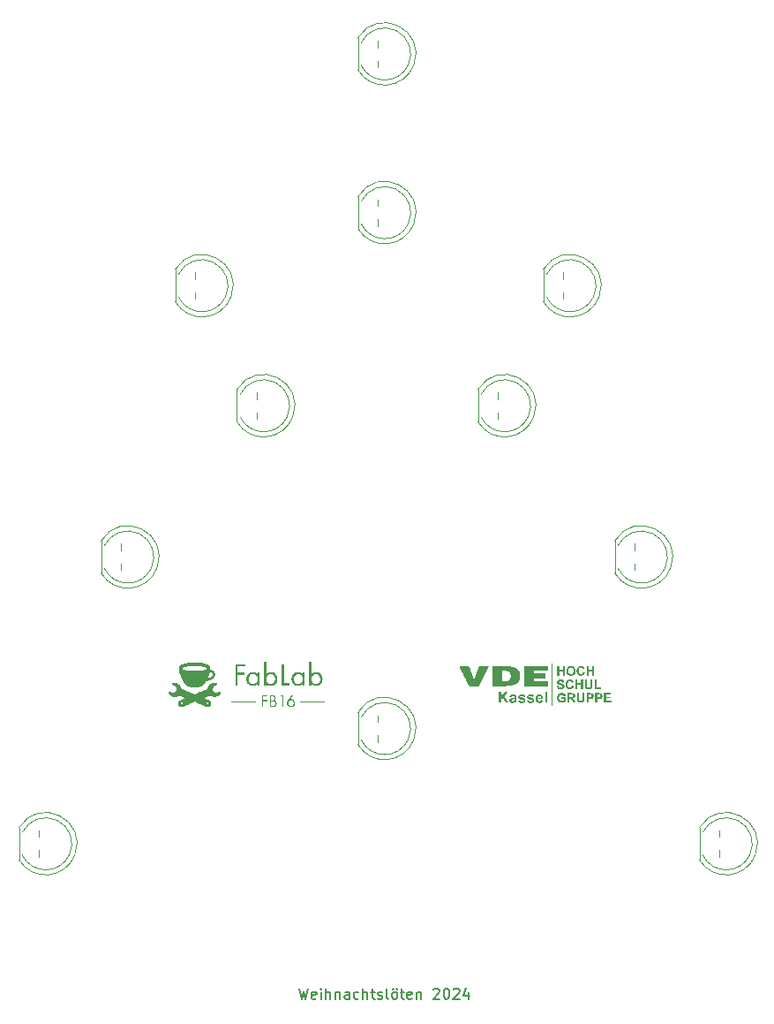
<source format=gto>
G04 #@! TF.GenerationSoftware,KiCad,Pcbnew,8.0.6*
G04 #@! TF.CreationDate,2024-11-27T09:37:50+01:00*
G04 #@! TF.ProjectId,christmas_soldering_kit_2024,63687269-7374-46d6-9173-5f736f6c6465,rev?*
G04 #@! TF.SameCoordinates,Original*
G04 #@! TF.FileFunction,Legend,Top*
G04 #@! TF.FilePolarity,Positive*
%FSLAX46Y46*%
G04 Gerber Fmt 4.6, Leading zero omitted, Abs format (unit mm)*
G04 Created by KiCad (PCBNEW 8.0.6) date 2024-11-27 09:37:50*
%MOMM*%
%LPD*%
G01*
G04 APERTURE LIST*
%ADD10C,0.150000*%
%ADD11C,0.120000*%
%ADD12C,0.100000*%
%ADD13C,0.000000*%
%ADD14C,0.100000*%
%ADD15R,1.700000X1.700000*%
%ADD16O,1.700000X1.700000*%
%ADD17C,2.109000*%
%ADD18C,2.000000*%
G04 APERTURE END LIST*
D10*
X142283207Y-139839819D02*
X142521302Y-140839819D01*
X142521302Y-140839819D02*
X142711778Y-140125533D01*
X142711778Y-140125533D02*
X142902254Y-140839819D01*
X142902254Y-140839819D02*
X143140350Y-139839819D01*
X143902254Y-140792200D02*
X143807016Y-140839819D01*
X143807016Y-140839819D02*
X143616540Y-140839819D01*
X143616540Y-140839819D02*
X143521302Y-140792200D01*
X143521302Y-140792200D02*
X143473683Y-140696961D01*
X143473683Y-140696961D02*
X143473683Y-140316009D01*
X143473683Y-140316009D02*
X143521302Y-140220771D01*
X143521302Y-140220771D02*
X143616540Y-140173152D01*
X143616540Y-140173152D02*
X143807016Y-140173152D01*
X143807016Y-140173152D02*
X143902254Y-140220771D01*
X143902254Y-140220771D02*
X143949873Y-140316009D01*
X143949873Y-140316009D02*
X143949873Y-140411247D01*
X143949873Y-140411247D02*
X143473683Y-140506485D01*
X144378445Y-140839819D02*
X144378445Y-140173152D01*
X144378445Y-139839819D02*
X144330826Y-139887438D01*
X144330826Y-139887438D02*
X144378445Y-139935057D01*
X144378445Y-139935057D02*
X144426064Y-139887438D01*
X144426064Y-139887438D02*
X144378445Y-139839819D01*
X144378445Y-139839819D02*
X144378445Y-139935057D01*
X144854635Y-140839819D02*
X144854635Y-139839819D01*
X145283206Y-140839819D02*
X145283206Y-140316009D01*
X145283206Y-140316009D02*
X145235587Y-140220771D01*
X145235587Y-140220771D02*
X145140349Y-140173152D01*
X145140349Y-140173152D02*
X144997492Y-140173152D01*
X144997492Y-140173152D02*
X144902254Y-140220771D01*
X144902254Y-140220771D02*
X144854635Y-140268390D01*
X145759397Y-140173152D02*
X145759397Y-140839819D01*
X145759397Y-140268390D02*
X145807016Y-140220771D01*
X145807016Y-140220771D02*
X145902254Y-140173152D01*
X145902254Y-140173152D02*
X146045111Y-140173152D01*
X146045111Y-140173152D02*
X146140349Y-140220771D01*
X146140349Y-140220771D02*
X146187968Y-140316009D01*
X146187968Y-140316009D02*
X146187968Y-140839819D01*
X147092730Y-140839819D02*
X147092730Y-140316009D01*
X147092730Y-140316009D02*
X147045111Y-140220771D01*
X147045111Y-140220771D02*
X146949873Y-140173152D01*
X146949873Y-140173152D02*
X146759397Y-140173152D01*
X146759397Y-140173152D02*
X146664159Y-140220771D01*
X147092730Y-140792200D02*
X146997492Y-140839819D01*
X146997492Y-140839819D02*
X146759397Y-140839819D01*
X146759397Y-140839819D02*
X146664159Y-140792200D01*
X146664159Y-140792200D02*
X146616540Y-140696961D01*
X146616540Y-140696961D02*
X146616540Y-140601723D01*
X146616540Y-140601723D02*
X146664159Y-140506485D01*
X146664159Y-140506485D02*
X146759397Y-140458866D01*
X146759397Y-140458866D02*
X146997492Y-140458866D01*
X146997492Y-140458866D02*
X147092730Y-140411247D01*
X147997492Y-140792200D02*
X147902254Y-140839819D01*
X147902254Y-140839819D02*
X147711778Y-140839819D01*
X147711778Y-140839819D02*
X147616540Y-140792200D01*
X147616540Y-140792200D02*
X147568921Y-140744580D01*
X147568921Y-140744580D02*
X147521302Y-140649342D01*
X147521302Y-140649342D02*
X147521302Y-140363628D01*
X147521302Y-140363628D02*
X147568921Y-140268390D01*
X147568921Y-140268390D02*
X147616540Y-140220771D01*
X147616540Y-140220771D02*
X147711778Y-140173152D01*
X147711778Y-140173152D02*
X147902254Y-140173152D01*
X147902254Y-140173152D02*
X147997492Y-140220771D01*
X148426064Y-140839819D02*
X148426064Y-139839819D01*
X148854635Y-140839819D02*
X148854635Y-140316009D01*
X148854635Y-140316009D02*
X148807016Y-140220771D01*
X148807016Y-140220771D02*
X148711778Y-140173152D01*
X148711778Y-140173152D02*
X148568921Y-140173152D01*
X148568921Y-140173152D02*
X148473683Y-140220771D01*
X148473683Y-140220771D02*
X148426064Y-140268390D01*
X149187969Y-140173152D02*
X149568921Y-140173152D01*
X149330826Y-139839819D02*
X149330826Y-140696961D01*
X149330826Y-140696961D02*
X149378445Y-140792200D01*
X149378445Y-140792200D02*
X149473683Y-140839819D01*
X149473683Y-140839819D02*
X149568921Y-140839819D01*
X149854636Y-140792200D02*
X149949874Y-140839819D01*
X149949874Y-140839819D02*
X150140350Y-140839819D01*
X150140350Y-140839819D02*
X150235588Y-140792200D01*
X150235588Y-140792200D02*
X150283207Y-140696961D01*
X150283207Y-140696961D02*
X150283207Y-140649342D01*
X150283207Y-140649342D02*
X150235588Y-140554104D01*
X150235588Y-140554104D02*
X150140350Y-140506485D01*
X150140350Y-140506485D02*
X149997493Y-140506485D01*
X149997493Y-140506485D02*
X149902255Y-140458866D01*
X149902255Y-140458866D02*
X149854636Y-140363628D01*
X149854636Y-140363628D02*
X149854636Y-140316009D01*
X149854636Y-140316009D02*
X149902255Y-140220771D01*
X149902255Y-140220771D02*
X149997493Y-140173152D01*
X149997493Y-140173152D02*
X150140350Y-140173152D01*
X150140350Y-140173152D02*
X150235588Y-140220771D01*
X150854636Y-140839819D02*
X150759398Y-140792200D01*
X150759398Y-140792200D02*
X150711779Y-140696961D01*
X150711779Y-140696961D02*
X150711779Y-139839819D01*
X151378446Y-140839819D02*
X151283208Y-140792200D01*
X151283208Y-140792200D02*
X151235589Y-140744580D01*
X151235589Y-140744580D02*
X151187970Y-140649342D01*
X151187970Y-140649342D02*
X151187970Y-140363628D01*
X151187970Y-140363628D02*
X151235589Y-140268390D01*
X151235589Y-140268390D02*
X151283208Y-140220771D01*
X151283208Y-140220771D02*
X151378446Y-140173152D01*
X151378446Y-140173152D02*
X151521303Y-140173152D01*
X151521303Y-140173152D02*
X151616541Y-140220771D01*
X151616541Y-140220771D02*
X151664160Y-140268390D01*
X151664160Y-140268390D02*
X151711779Y-140363628D01*
X151711779Y-140363628D02*
X151711779Y-140649342D01*
X151711779Y-140649342D02*
X151664160Y-140744580D01*
X151664160Y-140744580D02*
X151616541Y-140792200D01*
X151616541Y-140792200D02*
X151521303Y-140839819D01*
X151521303Y-140839819D02*
X151378446Y-140839819D01*
X151283208Y-139839819D02*
X151330827Y-139887438D01*
X151330827Y-139887438D02*
X151283208Y-139935057D01*
X151283208Y-139935057D02*
X151235589Y-139887438D01*
X151235589Y-139887438D02*
X151283208Y-139839819D01*
X151283208Y-139839819D02*
X151283208Y-139935057D01*
X151664160Y-139839819D02*
X151711779Y-139887438D01*
X151711779Y-139887438D02*
X151664160Y-139935057D01*
X151664160Y-139935057D02*
X151616541Y-139887438D01*
X151616541Y-139887438D02*
X151664160Y-139839819D01*
X151664160Y-139839819D02*
X151664160Y-139935057D01*
X151997494Y-140173152D02*
X152378446Y-140173152D01*
X152140351Y-139839819D02*
X152140351Y-140696961D01*
X152140351Y-140696961D02*
X152187970Y-140792200D01*
X152187970Y-140792200D02*
X152283208Y-140839819D01*
X152283208Y-140839819D02*
X152378446Y-140839819D01*
X153092732Y-140792200D02*
X152997494Y-140839819D01*
X152997494Y-140839819D02*
X152807018Y-140839819D01*
X152807018Y-140839819D02*
X152711780Y-140792200D01*
X152711780Y-140792200D02*
X152664161Y-140696961D01*
X152664161Y-140696961D02*
X152664161Y-140316009D01*
X152664161Y-140316009D02*
X152711780Y-140220771D01*
X152711780Y-140220771D02*
X152807018Y-140173152D01*
X152807018Y-140173152D02*
X152997494Y-140173152D01*
X152997494Y-140173152D02*
X153092732Y-140220771D01*
X153092732Y-140220771D02*
X153140351Y-140316009D01*
X153140351Y-140316009D02*
X153140351Y-140411247D01*
X153140351Y-140411247D02*
X152664161Y-140506485D01*
X153568923Y-140173152D02*
X153568923Y-140839819D01*
X153568923Y-140268390D02*
X153616542Y-140220771D01*
X153616542Y-140220771D02*
X153711780Y-140173152D01*
X153711780Y-140173152D02*
X153854637Y-140173152D01*
X153854637Y-140173152D02*
X153949875Y-140220771D01*
X153949875Y-140220771D02*
X153997494Y-140316009D01*
X153997494Y-140316009D02*
X153997494Y-140839819D01*
X155187971Y-139935057D02*
X155235590Y-139887438D01*
X155235590Y-139887438D02*
X155330828Y-139839819D01*
X155330828Y-139839819D02*
X155568923Y-139839819D01*
X155568923Y-139839819D02*
X155664161Y-139887438D01*
X155664161Y-139887438D02*
X155711780Y-139935057D01*
X155711780Y-139935057D02*
X155759399Y-140030295D01*
X155759399Y-140030295D02*
X155759399Y-140125533D01*
X155759399Y-140125533D02*
X155711780Y-140268390D01*
X155711780Y-140268390D02*
X155140352Y-140839819D01*
X155140352Y-140839819D02*
X155759399Y-140839819D01*
X156378447Y-139839819D02*
X156473685Y-139839819D01*
X156473685Y-139839819D02*
X156568923Y-139887438D01*
X156568923Y-139887438D02*
X156616542Y-139935057D01*
X156616542Y-139935057D02*
X156664161Y-140030295D01*
X156664161Y-140030295D02*
X156711780Y-140220771D01*
X156711780Y-140220771D02*
X156711780Y-140458866D01*
X156711780Y-140458866D02*
X156664161Y-140649342D01*
X156664161Y-140649342D02*
X156616542Y-140744580D01*
X156616542Y-140744580D02*
X156568923Y-140792200D01*
X156568923Y-140792200D02*
X156473685Y-140839819D01*
X156473685Y-140839819D02*
X156378447Y-140839819D01*
X156378447Y-140839819D02*
X156283209Y-140792200D01*
X156283209Y-140792200D02*
X156235590Y-140744580D01*
X156235590Y-140744580D02*
X156187971Y-140649342D01*
X156187971Y-140649342D02*
X156140352Y-140458866D01*
X156140352Y-140458866D02*
X156140352Y-140220771D01*
X156140352Y-140220771D02*
X156187971Y-140030295D01*
X156187971Y-140030295D02*
X156235590Y-139935057D01*
X156235590Y-139935057D02*
X156283209Y-139887438D01*
X156283209Y-139887438D02*
X156378447Y-139839819D01*
X157092733Y-139935057D02*
X157140352Y-139887438D01*
X157140352Y-139887438D02*
X157235590Y-139839819D01*
X157235590Y-139839819D02*
X157473685Y-139839819D01*
X157473685Y-139839819D02*
X157568923Y-139887438D01*
X157568923Y-139887438D02*
X157616542Y-139935057D01*
X157616542Y-139935057D02*
X157664161Y-140030295D01*
X157664161Y-140030295D02*
X157664161Y-140125533D01*
X157664161Y-140125533D02*
X157616542Y-140268390D01*
X157616542Y-140268390D02*
X157045114Y-140839819D01*
X157045114Y-140839819D02*
X157664161Y-140839819D01*
X158521304Y-140173152D02*
X158521304Y-140839819D01*
X158283209Y-139792200D02*
X158045114Y-140506485D01*
X158045114Y-140506485D02*
X158664161Y-140506485D01*
D11*
X147935000Y-113390000D02*
X147935000Y-116015000D01*
X147935000Y-116015000D02*
X147935000Y-116480000D01*
D12*
X149860000Y-113665000D02*
X149860000Y-114300000D01*
X149860000Y-115570000D02*
X149860000Y-116205000D01*
D11*
X147935000Y-113390171D02*
G75*
G02*
X153282814Y-116015827I2560000J-1544829D01*
G01*
X148240317Y-113854998D02*
G75*
G02*
X152749479Y-116015429I2254683J-1080002D01*
G01*
X152749479Y-116015429D02*
G75*
G02*
X148240316Y-116015000I-2254479J1080429D01*
G01*
X153282815Y-116015827D02*
G75*
G02*
X147935000Y-116479830I-2787815J1080827D01*
G01*
X159445000Y-82455000D02*
X159445000Y-85080000D01*
X159445000Y-85080000D02*
X159445000Y-85545000D01*
D12*
X161370000Y-82730000D02*
X161370000Y-83365000D01*
X161370000Y-84635000D02*
X161370000Y-85270000D01*
D11*
X159445000Y-82455171D02*
G75*
G02*
X164792814Y-85080827I2560000J-1544829D01*
G01*
X159750317Y-82919998D02*
G75*
G02*
X164259479Y-85080429I2254683J-1080002D01*
G01*
X164259479Y-85080429D02*
G75*
G02*
X159750316Y-85080000I-2254479J1080429D01*
G01*
X164792815Y-85080827D02*
G75*
G02*
X159445000Y-85544830I-2787815J1080827D01*
G01*
X172573000Y-96955000D02*
X172573000Y-99580000D01*
X172573000Y-99580000D02*
X172573000Y-100045000D01*
D12*
X174498000Y-97230000D02*
X174498000Y-97865000D01*
X174498000Y-99135000D02*
X174498000Y-99770000D01*
D11*
X172573000Y-96955171D02*
G75*
G02*
X177920814Y-99580827I2560000J-1544829D01*
G01*
X172878317Y-97419998D02*
G75*
G02*
X177387479Y-99580429I2254683J-1080002D01*
G01*
X177387479Y-99580429D02*
G75*
G02*
X172878316Y-99580000I-2254479J1080429D01*
G01*
X177920815Y-99580827D02*
G75*
G02*
X172573000Y-100044830I-2787815J1080827D01*
G01*
X136325000Y-82455000D02*
X136325000Y-85080000D01*
X136325000Y-85080000D02*
X136325000Y-85545000D01*
D12*
X138250000Y-82730000D02*
X138250000Y-83365000D01*
X138250000Y-84635000D02*
X138250000Y-85270000D01*
D11*
X136325000Y-82455171D02*
G75*
G02*
X141672814Y-85080827I2560000J-1544829D01*
G01*
X136630317Y-82919998D02*
G75*
G02*
X141139479Y-85080429I2254683J-1080002D01*
G01*
X141139479Y-85080429D02*
G75*
G02*
X136630316Y-85080000I-2254479J1080429D01*
G01*
X141672815Y-85080827D02*
G75*
G02*
X136325000Y-85544830I-2787815J1080827D01*
G01*
X147935000Y-48747000D02*
X147935000Y-51372000D01*
X147935000Y-51372000D02*
X147935000Y-51837000D01*
D12*
X149860000Y-49022000D02*
X149860000Y-49657000D01*
X149860000Y-50927000D02*
X149860000Y-51562000D01*
D11*
X147935000Y-48747171D02*
G75*
G02*
X153282814Y-51372827I2560000J-1544829D01*
G01*
X148240317Y-49211998D02*
G75*
G02*
X152749479Y-51372429I2254683J-1080002D01*
G01*
X152749479Y-51372429D02*
G75*
G02*
X148240316Y-51372000I-2254479J1080429D01*
G01*
X153282815Y-51372827D02*
G75*
G02*
X147935000Y-51836830I-2787815J1080827D01*
G01*
X123297000Y-96955000D02*
X123297000Y-99580000D01*
X123297000Y-99580000D02*
X123297000Y-100045000D01*
D12*
X125222000Y-97230000D02*
X125222000Y-97865000D01*
X125222000Y-99135000D02*
X125222000Y-99770000D01*
D11*
X123297000Y-96955171D02*
G75*
G02*
X128644814Y-99580827I2560000J-1544829D01*
G01*
X123602317Y-97419998D02*
G75*
G02*
X128111479Y-99580429I2254683J-1080002D01*
G01*
X128111479Y-99580429D02*
G75*
G02*
X123602316Y-99580000I-2254479J1080429D01*
G01*
X128644815Y-99580827D02*
G75*
G02*
X123297000Y-100044830I-2787815J1080827D01*
G01*
X115423000Y-124434000D02*
X115423000Y-127059000D01*
X115423000Y-127059000D02*
X115423000Y-127524000D01*
D12*
X117348000Y-124709000D02*
X117348000Y-125344000D01*
X117348000Y-126614000D02*
X117348000Y-127249000D01*
D11*
X115423000Y-124434171D02*
G75*
G02*
X120770814Y-127059827I2560000J-1544829D01*
G01*
X115728317Y-124898998D02*
G75*
G02*
X120237479Y-127059429I2254683J-1080002D01*
G01*
X120237479Y-127059429D02*
G75*
G02*
X115728316Y-127059000I-2254479J1080429D01*
G01*
X120770815Y-127059827D02*
G75*
G02*
X115423000Y-127523830I-2787815J1080827D01*
G01*
X165715000Y-70955000D02*
X165715000Y-73580000D01*
X165715000Y-73580000D02*
X165715000Y-74045000D01*
D12*
X167640000Y-71230000D02*
X167640000Y-71865000D01*
X167640000Y-73135000D02*
X167640000Y-73770000D01*
D11*
X165715000Y-70955171D02*
G75*
G02*
X171062814Y-73580827I2560000J-1544829D01*
G01*
X166020317Y-71419998D02*
G75*
G02*
X170529479Y-73580429I2254683J-1080002D01*
G01*
X170529479Y-73580429D02*
G75*
G02*
X166020316Y-73580000I-2254479J1080429D01*
G01*
X171062815Y-73580827D02*
G75*
G02*
X165715000Y-74044830I-2787815J1080827D01*
G01*
X180701000Y-124434000D02*
X180701000Y-127059000D01*
X180701000Y-127059000D02*
X180701000Y-127524000D01*
D12*
X182626000Y-124709000D02*
X182626000Y-125344000D01*
X182626000Y-126614000D02*
X182626000Y-127249000D01*
D11*
X180701000Y-124434171D02*
G75*
G02*
X186048814Y-127059827I2560000J-1544829D01*
G01*
X181006317Y-124898998D02*
G75*
G02*
X185515479Y-127059429I2254683J-1080002D01*
G01*
X185515479Y-127059429D02*
G75*
G02*
X181006316Y-127059000I-2254479J1080429D01*
G01*
X186048815Y-127059827D02*
G75*
G02*
X180701000Y-127523830I-2787815J1080827D01*
G01*
X130409000Y-70955000D02*
X130409000Y-73580000D01*
X130409000Y-73580000D02*
X130409000Y-74045000D01*
D12*
X132334000Y-71230000D02*
X132334000Y-71865000D01*
X132334000Y-73135000D02*
X132334000Y-73770000D01*
D11*
X130409000Y-70955171D02*
G75*
G02*
X135756814Y-73580827I2560000J-1544829D01*
G01*
X130714317Y-71419998D02*
G75*
G02*
X135223479Y-73580429I2254683J-1080002D01*
G01*
X135223479Y-73580429D02*
G75*
G02*
X130714316Y-73580000I-2254479J1080429D01*
G01*
X135756815Y-73580827D02*
G75*
G02*
X130409000Y-74044830I-2787815J1080827D01*
G01*
X147945000Y-63955000D02*
X147945000Y-66580000D01*
X147945000Y-66580000D02*
X147945000Y-67045000D01*
D12*
X149870000Y-64230000D02*
X149870000Y-64865000D01*
X149870000Y-66135000D02*
X149870000Y-66770000D01*
D11*
X147945000Y-63955171D02*
G75*
G02*
X153292814Y-66580827I2560000J-1544829D01*
G01*
X148250317Y-64419998D02*
G75*
G02*
X152759479Y-66580429I2254683J-1080002D01*
G01*
X152759479Y-66580429D02*
G75*
G02*
X148250316Y-66580000I-2254479J1080429D01*
G01*
X153292815Y-66580827D02*
G75*
G02*
X147945000Y-67044830I-2787815J1080827D01*
G01*
D13*
G36*
X138145166Y-112373202D02*
G01*
X138145166Y-112405449D01*
X136981709Y-112405449D01*
X135818251Y-112405449D01*
X135818251Y-112373202D01*
X135818251Y-112340956D01*
X136981709Y-112340956D01*
X138145166Y-112340956D01*
X138145166Y-112373202D01*
G37*
G36*
X144749269Y-112373202D02*
G01*
X144749269Y-112405449D01*
X143585812Y-112405449D01*
X142422354Y-112405449D01*
X142422354Y-112373202D01*
X142422354Y-112340956D01*
X143585812Y-112340956D01*
X144749269Y-112340956D01*
X144749269Y-112373202D01*
G37*
G36*
X140802285Y-112302260D02*
G01*
X140802285Y-112869800D01*
X140739082Y-112869800D01*
X140675879Y-112869800D01*
X140675879Y-112361593D01*
X140675879Y-111853387D01*
X140580661Y-111853387D01*
X140485444Y-111853387D01*
X140518103Y-111794135D01*
X140550762Y-111734882D01*
X140676524Y-111734801D01*
X140802285Y-111734720D01*
X140802285Y-112302260D01*
G37*
G36*
X140830662Y-109687694D02*
G01*
X140830662Y-110604776D01*
X141113788Y-110605432D01*
X141396913Y-110606089D01*
X141397586Y-110713792D01*
X141398259Y-110821496D01*
X141000953Y-110821496D01*
X140603646Y-110821496D01*
X140603646Y-109796054D01*
X140603646Y-108770612D01*
X140717154Y-108770612D01*
X140830662Y-108770612D01*
X140830662Y-109687694D01*
G37*
G36*
X137095217Y-108878961D02*
G01*
X137095217Y-108987309D01*
X136741794Y-108987309D01*
X136388371Y-108987309D01*
X136388371Y-109289138D01*
X136388371Y-109590966D01*
X136730185Y-109590966D01*
X137071999Y-109590966D01*
X137071999Y-109699314D01*
X137071999Y-109807663D01*
X136730185Y-109807663D01*
X136388371Y-109807663D01*
X136388371Y-110314579D01*
X136388371Y-110821496D01*
X136274863Y-110821496D01*
X136161355Y-110821496D01*
X136161355Y-109796054D01*
X136161355Y-108770612D01*
X136628286Y-108770612D01*
X137095217Y-108770612D01*
X137095217Y-108878961D01*
G37*
G36*
X139249289Y-111794053D02*
G01*
X139249289Y-111853387D01*
X139053230Y-111853387D01*
X138857171Y-111853387D01*
X138857171Y-112021069D01*
X138857171Y-112188752D01*
X139045491Y-112188752D01*
X139233811Y-112188752D01*
X139233811Y-112248085D01*
X139233811Y-112307419D01*
X139045491Y-112307419D01*
X138857171Y-112307419D01*
X138857171Y-112588609D01*
X138857171Y-112869800D01*
X138793967Y-112869800D01*
X138730764Y-112869800D01*
X138730764Y-112302260D01*
X138730764Y-111734720D01*
X138990027Y-111734720D01*
X139249289Y-111734720D01*
X139249289Y-111794053D01*
G37*
G36*
X139151260Y-109149899D02*
G01*
X139151260Y-109720085D01*
X139166410Y-109702605D01*
X139203061Y-109664179D01*
X139242783Y-109629847D01*
X139285379Y-109599711D01*
X139330653Y-109573870D01*
X139378411Y-109552426D01*
X139428456Y-109535478D01*
X139480594Y-109523127D01*
X139530202Y-109515914D01*
X139548114Y-109514645D01*
X139569725Y-109514037D01*
X139593621Y-109514052D01*
X139618389Y-109514653D01*
X139642616Y-109515803D01*
X139664887Y-109517465D01*
X139683790Y-109519602D01*
X139686553Y-109520008D01*
X139741183Y-109530852D01*
X139793506Y-109546233D01*
X139843390Y-109566008D01*
X139890704Y-109590035D01*
X139935317Y-109618174D01*
X139977098Y-109650281D01*
X140015916Y-109686215D01*
X140051641Y-109725835D01*
X140084140Y-109768998D01*
X140113282Y-109815563D01*
X140138938Y-109865388D01*
X140160975Y-109918331D01*
X140179263Y-109974251D01*
X140193670Y-110033006D01*
X140201595Y-110077163D01*
X140204378Y-110099886D01*
X140206472Y-110126365D01*
X140207852Y-110155239D01*
X140208492Y-110185148D01*
X140208366Y-110214731D01*
X140207449Y-110242628D01*
X140205714Y-110267478D01*
X140205262Y-110272014D01*
X140196678Y-110332119D01*
X140183971Y-110389871D01*
X140167282Y-110445100D01*
X140146750Y-110497636D01*
X140122515Y-110547307D01*
X140094718Y-110593943D01*
X140063498Y-110637373D01*
X140028995Y-110677427D01*
X139991350Y-110713935D01*
X139950701Y-110746725D01*
X139907189Y-110775627D01*
X139860955Y-110800471D01*
X139812137Y-110821085D01*
X139760876Y-110837300D01*
X139736689Y-110843196D01*
X139701158Y-110849682D01*
X139662449Y-110854286D01*
X139622215Y-110856927D01*
X139582114Y-110857524D01*
X139543800Y-110855998D01*
X139519580Y-110853703D01*
X139466525Y-110844810D01*
X139415616Y-110831228D01*
X139366802Y-110812935D01*
X139320035Y-110789911D01*
X139275265Y-110762136D01*
X139244973Y-110739764D01*
X139235118Y-110731445D01*
X139222879Y-110720305D01*
X139209263Y-110707342D01*
X139195275Y-110693550D01*
X139181922Y-110679926D01*
X139170209Y-110667466D01*
X139161142Y-110657165D01*
X139159500Y-110655161D01*
X139151260Y-110644899D01*
X139151260Y-110733197D01*
X139151260Y-110821496D01*
X139040331Y-110821496D01*
X138929403Y-110821496D01*
X138929403Y-110188200D01*
X139139190Y-110188200D01*
X139141415Y-110237622D01*
X139147777Y-110286485D01*
X139158248Y-110334270D01*
X139172800Y-110380457D01*
X139191404Y-110424526D01*
X139214033Y-110465956D01*
X139219456Y-110474523D01*
X139246713Y-110511939D01*
X139277249Y-110545398D01*
X139310946Y-110574824D01*
X139347689Y-110600146D01*
X139387360Y-110621291D01*
X139429843Y-110638185D01*
X139475023Y-110650756D01*
X139511132Y-110657379D01*
X139515970Y-110657676D01*
X139525078Y-110657866D01*
X139537564Y-110657944D01*
X139552541Y-110657906D01*
X139569117Y-110657749D01*
X139574335Y-110657676D01*
X139594680Y-110657283D01*
X139610853Y-110656727D01*
X139623840Y-110655931D01*
X139634630Y-110654817D01*
X139644207Y-110653306D01*
X139653017Y-110651447D01*
X139692834Y-110640574D01*
X139728800Y-110627198D01*
X139761816Y-110610823D01*
X139792784Y-110590954D01*
X139822605Y-110567095D01*
X139845393Y-110545652D01*
X139875508Y-110512286D01*
X139901654Y-110476276D01*
X139924081Y-110437206D01*
X139943039Y-110394660D01*
X139953220Y-110366174D01*
X139962988Y-110333180D01*
X139970289Y-110300985D01*
X139975327Y-110268214D01*
X139978306Y-110233496D01*
X139979428Y-110195458D01*
X139979449Y-110189395D01*
X139978381Y-110146852D01*
X139975006Y-110107702D01*
X139969123Y-110070624D01*
X139960533Y-110034302D01*
X139951302Y-110004075D01*
X139933760Y-109959222D01*
X139912238Y-109917405D01*
X139886943Y-109878815D01*
X139858082Y-109843641D01*
X139825861Y-109812071D01*
X139790488Y-109784294D01*
X139752168Y-109760501D01*
X139711109Y-109740879D01*
X139667518Y-109725617D01*
X139638828Y-109718323D01*
X139623826Y-109715924D01*
X139604992Y-109714266D01*
X139583601Y-109713339D01*
X139560926Y-109713137D01*
X139538242Y-109713651D01*
X139516821Y-109714875D01*
X139497937Y-109716799D01*
X139483573Y-109719256D01*
X139438192Y-109732031D01*
X139395050Y-109749364D01*
X139354411Y-109771046D01*
X139316538Y-109796867D01*
X139281695Y-109826619D01*
X139250146Y-109860094D01*
X139222154Y-109897082D01*
X139197983Y-109937374D01*
X139191105Y-109950918D01*
X139172223Y-109995331D01*
X139157618Y-110041786D01*
X139147263Y-110089762D01*
X139141130Y-110138740D01*
X139139190Y-110188200D01*
X138929403Y-110188200D01*
X138929403Y-109700604D01*
X138929403Y-108579712D01*
X139040331Y-108579712D01*
X139151260Y-108579712D01*
X139151260Y-109149899D01*
G37*
G36*
X143485202Y-109149899D02*
G01*
X143485202Y-109720085D01*
X143500352Y-109702605D01*
X143537004Y-109664179D01*
X143576726Y-109629847D01*
X143619321Y-109599711D01*
X143664596Y-109573870D01*
X143712353Y-109552426D01*
X143762399Y-109535478D01*
X143814536Y-109523127D01*
X143864145Y-109515914D01*
X143882057Y-109514645D01*
X143903668Y-109514037D01*
X143927564Y-109514052D01*
X143952332Y-109514653D01*
X143976559Y-109515803D01*
X143998830Y-109517465D01*
X144017733Y-109519602D01*
X144020496Y-109520008D01*
X144075126Y-109530852D01*
X144127449Y-109546233D01*
X144177332Y-109566008D01*
X144224647Y-109590035D01*
X144269260Y-109618174D01*
X144311041Y-109650281D01*
X144349859Y-109686215D01*
X144385583Y-109725835D01*
X144418082Y-109768998D01*
X144447225Y-109815563D01*
X144472881Y-109865388D01*
X144494918Y-109918331D01*
X144513206Y-109974251D01*
X144527613Y-110033006D01*
X144535537Y-110077163D01*
X144538321Y-110099886D01*
X144540415Y-110126365D01*
X144541795Y-110155239D01*
X144542435Y-110185148D01*
X144542309Y-110214731D01*
X144541391Y-110242628D01*
X144539657Y-110267478D01*
X144539205Y-110272014D01*
X144530620Y-110332119D01*
X144517914Y-110389871D01*
X144501224Y-110445100D01*
X144480692Y-110497636D01*
X144456458Y-110547307D01*
X144428661Y-110593943D01*
X144397441Y-110637373D01*
X144362938Y-110677427D01*
X144325292Y-110713935D01*
X144284644Y-110746725D01*
X144241132Y-110775627D01*
X144194897Y-110800471D01*
X144146080Y-110821085D01*
X144094819Y-110837300D01*
X144070632Y-110843196D01*
X144035101Y-110849682D01*
X143996391Y-110854286D01*
X143956158Y-110856927D01*
X143916057Y-110857524D01*
X143877743Y-110855998D01*
X143853522Y-110853703D01*
X143800468Y-110844810D01*
X143749558Y-110831228D01*
X143700745Y-110812935D01*
X143653978Y-110789911D01*
X143609208Y-110762136D01*
X143578916Y-110739764D01*
X143569061Y-110731445D01*
X143556822Y-110720305D01*
X143543206Y-110707342D01*
X143529218Y-110693550D01*
X143515864Y-110679926D01*
X143504151Y-110667466D01*
X143495085Y-110657165D01*
X143493443Y-110655161D01*
X143485202Y-110644899D01*
X143485202Y-110733197D01*
X143485202Y-110821496D01*
X143374274Y-110821496D01*
X143263346Y-110821496D01*
X143263346Y-110188200D01*
X143473132Y-110188200D01*
X143475358Y-110237622D01*
X143481720Y-110286485D01*
X143492191Y-110334270D01*
X143506743Y-110380457D01*
X143525347Y-110424526D01*
X143547976Y-110465956D01*
X143553399Y-110474523D01*
X143580656Y-110511939D01*
X143611192Y-110545398D01*
X143644889Y-110574824D01*
X143681631Y-110600146D01*
X143721303Y-110621291D01*
X143763786Y-110638185D01*
X143808966Y-110650756D01*
X143845074Y-110657379D01*
X143849913Y-110657676D01*
X143859020Y-110657866D01*
X143871507Y-110657944D01*
X143886483Y-110657906D01*
X143903060Y-110657749D01*
X143908278Y-110657676D01*
X143928623Y-110657283D01*
X143944795Y-110656727D01*
X143957783Y-110655931D01*
X143968572Y-110654817D01*
X143978150Y-110653306D01*
X143986959Y-110651447D01*
X144026777Y-110640574D01*
X144062743Y-110627198D01*
X144095759Y-110610823D01*
X144126727Y-110590954D01*
X144156548Y-110567095D01*
X144179336Y-110545652D01*
X144209451Y-110512286D01*
X144235597Y-110476276D01*
X144258024Y-110437206D01*
X144276982Y-110394660D01*
X144287162Y-110366174D01*
X144296931Y-110333180D01*
X144304232Y-110300985D01*
X144309270Y-110268214D01*
X144312248Y-110233496D01*
X144313371Y-110195458D01*
X144313392Y-110189395D01*
X144312323Y-110146852D01*
X144308948Y-110107702D01*
X144303066Y-110070624D01*
X144294476Y-110034302D01*
X144285245Y-110004075D01*
X144267702Y-109959222D01*
X144246181Y-109917405D01*
X144220886Y-109878815D01*
X144192024Y-109843641D01*
X144159804Y-109812071D01*
X144124430Y-109784294D01*
X144086111Y-109760501D01*
X144045052Y-109740879D01*
X144001460Y-109725617D01*
X143972771Y-109718323D01*
X143957769Y-109715924D01*
X143938935Y-109714266D01*
X143917544Y-109713339D01*
X143894869Y-109713137D01*
X143872184Y-109713651D01*
X143850763Y-109714875D01*
X143831880Y-109716799D01*
X143817516Y-109719256D01*
X143772135Y-109732031D01*
X143728993Y-109749364D01*
X143688354Y-109771046D01*
X143650481Y-109796867D01*
X143615638Y-109826619D01*
X143584089Y-109860094D01*
X143556097Y-109897082D01*
X143531926Y-109937374D01*
X143525048Y-109950918D01*
X143506165Y-109995331D01*
X143491561Y-110041786D01*
X143481206Y-110089762D01*
X143475072Y-110138740D01*
X143473132Y-110188200D01*
X143263346Y-110188200D01*
X143263346Y-109700604D01*
X143263346Y-108579712D01*
X143374274Y-108579712D01*
X143485202Y-108579712D01*
X143485202Y-109149899D01*
G37*
G36*
X139619477Y-111734777D02*
G01*
X139644810Y-111734940D01*
X139668766Y-111735198D01*
X139690700Y-111735539D01*
X139709968Y-111735951D01*
X139725927Y-111736424D01*
X139737933Y-111736946D01*
X139744684Y-111737432D01*
X139789604Y-111744034D01*
X139830951Y-111754228D01*
X139868674Y-111767972D01*
X139902721Y-111785222D01*
X139933041Y-111805936D01*
X139959582Y-111830071D01*
X139982294Y-111857584D01*
X140001125Y-111888432D01*
X140016023Y-111922573D01*
X140026938Y-111959962D01*
X140030196Y-111975924D01*
X140032526Y-111993400D01*
X140033965Y-112014053D01*
X140034516Y-112036325D01*
X140034181Y-112058660D01*
X140032960Y-112079500D01*
X140030857Y-112097290D01*
X140030038Y-112101883D01*
X140021077Y-112135711D01*
X140008074Y-112167643D01*
X139991389Y-112197071D01*
X139971387Y-112223383D01*
X139948429Y-112245971D01*
X139940742Y-112252143D01*
X139934006Y-112257549D01*
X139929313Y-112261830D01*
X139927758Y-112263889D01*
X139929989Y-112265621D01*
X139935433Y-112267385D01*
X139936142Y-112267545D01*
X139947579Y-112270857D01*
X139961812Y-112276231D01*
X139977267Y-112282989D01*
X139992366Y-112290451D01*
X140002634Y-112296177D01*
X140032209Y-112316513D01*
X140058246Y-112340351D01*
X140080985Y-112367953D01*
X140100666Y-112399583D01*
X140105723Y-112409318D01*
X140121345Y-112446253D01*
X140132072Y-112484305D01*
X140137932Y-112523047D01*
X140138953Y-112562054D01*
X140135162Y-112600896D01*
X140126589Y-112639149D01*
X140113259Y-112676385D01*
X140095203Y-112712176D01*
X140084842Y-112728752D01*
X140061508Y-112759128D01*
X140034372Y-112786113D01*
X140003615Y-112809594D01*
X139969419Y-112829457D01*
X139931965Y-112845590D01*
X139891434Y-112857880D01*
X139869714Y-112862617D01*
X139864065Y-112863657D01*
X139858484Y-112864558D01*
X139852565Y-112865335D01*
X139845900Y-112865998D01*
X139838081Y-112866561D01*
X139828702Y-112867035D01*
X139817354Y-112867433D01*
X139803631Y-112867766D01*
X139787126Y-112868048D01*
X139767431Y-112868291D01*
X139744139Y-112868506D01*
X139716842Y-112868705D01*
X139685134Y-112868903D01*
X139654951Y-112869074D01*
X139468566Y-112870107D01*
X139468566Y-112548654D01*
X139594973Y-112548654D01*
X139594973Y-112751865D01*
X139698807Y-112750381D01*
X139729054Y-112749886D01*
X139754621Y-112749322D01*
X139775987Y-112748670D01*
X139793629Y-112747908D01*
X139808028Y-112747016D01*
X139819661Y-112745972D01*
X139829007Y-112744757D01*
X139829096Y-112744743D01*
X139859352Y-112738775D01*
X139885619Y-112730802D01*
X139908828Y-112720387D01*
X139929905Y-112707093D01*
X139949778Y-112690483D01*
X139955025Y-112685406D01*
X139973910Y-112664334D01*
X139988427Y-112642685D01*
X139999323Y-112619194D01*
X140005549Y-112599668D01*
X140009353Y-112580038D01*
X140011242Y-112557825D01*
X140011217Y-112534882D01*
X140009279Y-112513063D01*
X140005527Y-112494566D01*
X139994729Y-112465173D01*
X139979896Y-112438996D01*
X139961038Y-112416045D01*
X139938162Y-112396329D01*
X139911278Y-112379860D01*
X139905830Y-112377152D01*
X139892452Y-112370994D01*
X139879615Y-112365763D01*
X139866747Y-112361376D01*
X139853277Y-112357753D01*
X139838634Y-112354810D01*
X139822247Y-112352466D01*
X139803544Y-112350639D01*
X139781956Y-112349247D01*
X139756910Y-112348208D01*
X139727836Y-112347439D01*
X139694937Y-112346870D01*
X139594973Y-112345443D01*
X139594973Y-112548654D01*
X139468566Y-112548654D01*
X139468566Y-112345443D01*
X139468566Y-112302413D01*
X139468566Y-112042997D01*
X139594973Y-112042997D01*
X139594973Y-112232607D01*
X139658821Y-112232556D01*
X139677651Y-112232435D01*
X139695832Y-112232123D01*
X139712384Y-112231653D01*
X139726325Y-112231055D01*
X139736673Y-112230361D01*
X139740727Y-112229915D01*
X139775539Y-112223035D01*
X139806334Y-112212939D01*
X139833155Y-112199593D01*
X139856048Y-112182962D01*
X139875056Y-112163010D01*
X139890224Y-112139705D01*
X139901596Y-112113011D01*
X139904974Y-112101816D01*
X139908362Y-112084429D01*
X139910294Y-112063839D01*
X139910771Y-112041792D01*
X139909792Y-112020034D01*
X139907358Y-112000313D01*
X139904946Y-111989230D01*
X139897991Y-111967390D01*
X139889572Y-111949048D01*
X139878763Y-111932569D01*
X139864635Y-111916321D01*
X139862085Y-111913715D01*
X139851221Y-111903192D01*
X139841846Y-111895384D01*
X139832184Y-111889011D01*
X139820461Y-111882790D01*
X139816829Y-111881027D01*
X139799594Y-111873454D01*
X139782089Y-111867297D01*
X139763582Y-111862438D01*
X139743337Y-111858759D01*
X139720619Y-111856144D01*
X139694694Y-111854473D01*
X139664826Y-111853631D01*
X139644633Y-111853474D01*
X139594973Y-111853387D01*
X139594973Y-112042997D01*
X139468566Y-112042997D01*
X139468566Y-111853387D01*
X139468566Y-111734720D01*
X139593410Y-111734720D01*
X139619477Y-111734777D01*
G37*
G36*
X137907924Y-109515903D02*
G01*
X137961348Y-109522840D01*
X138012569Y-109534400D01*
X138061520Y-109550554D01*
X138108130Y-109571268D01*
X138152332Y-109596513D01*
X138194057Y-109626256D01*
X138233235Y-109660467D01*
X138269798Y-109699113D01*
X138276591Y-109707132D01*
X138289631Y-109722800D01*
X138289631Y-109633665D01*
X138289631Y-109544531D01*
X138400559Y-109544531D01*
X138511487Y-109544531D01*
X138511487Y-110183013D01*
X138511487Y-110821496D01*
X138400559Y-110821496D01*
X138289631Y-110821496D01*
X138289631Y-110733197D01*
X138289631Y-110644899D01*
X138281385Y-110655161D01*
X138273019Y-110664897D01*
X138261785Y-110677018D01*
X138248699Y-110690515D01*
X138234775Y-110704376D01*
X138221030Y-110717591D01*
X138208479Y-110729149D01*
X138198137Y-110738038D01*
X138198050Y-110738109D01*
X138155900Y-110769148D01*
X138111797Y-110795506D01*
X138065502Y-110817291D01*
X138016777Y-110834611D01*
X137965383Y-110847575D01*
X137951686Y-110850221D01*
X137934945Y-110852593D01*
X137914287Y-110854469D01*
X137890933Y-110855826D01*
X137866105Y-110856638D01*
X137841023Y-110856881D01*
X137816908Y-110856532D01*
X137794981Y-110855566D01*
X137776464Y-110853958D01*
X137774638Y-110853735D01*
X137717257Y-110844038D01*
X137662374Y-110829884D01*
X137610127Y-110811402D01*
X137560654Y-110788722D01*
X137514095Y-110761975D01*
X137470586Y-110731291D01*
X137430267Y-110696799D01*
X137393275Y-110658631D01*
X137359749Y-110616916D01*
X137329827Y-110571785D01*
X137303648Y-110523368D01*
X137281349Y-110471795D01*
X137263069Y-110417196D01*
X137248946Y-110359702D01*
X137248689Y-110358435D01*
X137244474Y-110336874D01*
X137241090Y-110317681D01*
X137238452Y-110299852D01*
X137236471Y-110282381D01*
X137235061Y-110264262D01*
X137234134Y-110244490D01*
X137233602Y-110222059D01*
X137233380Y-110195964D01*
X137233371Y-110189971D01*
X137460787Y-110189971D01*
X137462793Y-110237133D01*
X137467898Y-110282550D01*
X137472146Y-110306840D01*
X137484230Y-110356243D01*
X137499992Y-110402408D01*
X137519316Y-110445209D01*
X137542084Y-110484518D01*
X137568177Y-110520210D01*
X137597478Y-110552156D01*
X137629869Y-110580231D01*
X137665232Y-110604307D01*
X137703449Y-110624258D01*
X137744403Y-110639957D01*
X137787976Y-110651276D01*
X137793033Y-110652269D01*
X137803655Y-110654265D01*
X137812417Y-110655776D01*
X137820281Y-110656856D01*
X137828210Y-110657564D01*
X137837166Y-110657954D01*
X137848112Y-110658084D01*
X137862011Y-110658009D01*
X137879825Y-110657787D01*
X137885903Y-110657702D01*
X137906922Y-110657309D01*
X137923757Y-110656736D01*
X137937380Y-110655912D01*
X137948766Y-110654764D01*
X137958888Y-110653218D01*
X137966602Y-110651675D01*
X138009872Y-110640075D01*
X138049775Y-110624804D01*
X138086839Y-110605576D01*
X138121591Y-110582106D01*
X138154558Y-110554108D01*
X138164648Y-110544315D01*
X138195470Y-110510152D01*
X138222209Y-110473319D01*
X138245020Y-110433537D01*
X138264056Y-110390530D01*
X138279470Y-110344020D01*
X138283220Y-110330086D01*
X138289691Y-110302876D01*
X138294493Y-110277681D01*
X138297815Y-110252934D01*
X138299842Y-110227064D01*
X138300762Y-110198502D01*
X138300864Y-110181723D01*
X138299961Y-110142648D01*
X138297203Y-110107078D01*
X138292389Y-110073633D01*
X138285314Y-110040930D01*
X138275778Y-110007587D01*
X138274989Y-110005119D01*
X138258077Y-109960504D01*
X138237099Y-109918911D01*
X138212229Y-109880517D01*
X138183639Y-109845496D01*
X138151500Y-109814026D01*
X138115987Y-109786284D01*
X138077270Y-109762444D01*
X138035523Y-109742685D01*
X138008518Y-109732668D01*
X137965981Y-109721098D01*
X137921912Y-109714147D01*
X137877075Y-109711817D01*
X137832233Y-109714107D01*
X137788152Y-109721017D01*
X137745594Y-109732547D01*
X137745216Y-109732673D01*
X137705871Y-109747846D01*
X137670118Y-109766036D01*
X137636990Y-109787841D01*
X137605522Y-109813856D01*
X137590481Y-109828257D01*
X137560759Y-109861144D01*
X137535169Y-109896346D01*
X137513523Y-109934224D01*
X137495631Y-109975138D01*
X137481306Y-110019448D01*
X137473287Y-110052737D01*
X137466040Y-110096300D01*
X137461871Y-110142536D01*
X137460787Y-110189971D01*
X137233371Y-110189971D01*
X137233358Y-110181723D01*
X137233467Y-110153283D01*
X137233852Y-110129012D01*
X137234592Y-110107927D01*
X137235771Y-110089042D01*
X137237470Y-110071373D01*
X137239771Y-110053932D01*
X137242756Y-110035736D01*
X137246507Y-110015800D01*
X137247625Y-110010172D01*
X137261324Y-109953779D01*
X137279285Y-109899771D01*
X137301385Y-109848387D01*
X137327500Y-109799865D01*
X137357508Y-109754443D01*
X137391286Y-109712360D01*
X137414170Y-109687946D01*
X137451942Y-109653192D01*
X137492290Y-109622401D01*
X137535902Y-109595083D01*
X137568597Y-109577836D01*
X137617562Y-109556146D01*
X137667025Y-109539071D01*
X137717607Y-109526470D01*
X137769925Y-109518202D01*
X137824599Y-109514129D01*
X137852367Y-109513622D01*
X137907924Y-109515903D01*
G37*
G36*
X142241867Y-109515903D02*
G01*
X142295290Y-109522840D01*
X142346512Y-109534400D01*
X142395462Y-109550554D01*
X142442073Y-109571268D01*
X142486275Y-109596513D01*
X142527999Y-109626256D01*
X142567178Y-109660467D01*
X142603741Y-109699113D01*
X142610534Y-109707132D01*
X142623573Y-109722800D01*
X142623573Y-109633665D01*
X142623573Y-109544531D01*
X142734502Y-109544531D01*
X142845430Y-109544531D01*
X142845430Y-110183013D01*
X142845430Y-110821496D01*
X142734502Y-110821496D01*
X142623573Y-110821496D01*
X142623573Y-110733197D01*
X142623573Y-110644899D01*
X142615328Y-110655161D01*
X142606962Y-110664897D01*
X142595728Y-110677018D01*
X142582641Y-110690515D01*
X142568718Y-110704376D01*
X142554973Y-110717591D01*
X142542422Y-110729149D01*
X142532080Y-110738038D01*
X142531993Y-110738109D01*
X142489843Y-110769148D01*
X142445740Y-110795506D01*
X142399445Y-110817291D01*
X142350720Y-110834611D01*
X142299325Y-110847575D01*
X142285629Y-110850221D01*
X142268888Y-110852593D01*
X142248230Y-110854469D01*
X142224876Y-110855826D01*
X142200048Y-110856638D01*
X142174965Y-110856881D01*
X142150851Y-110856532D01*
X142128924Y-110855566D01*
X142110407Y-110853958D01*
X142108580Y-110853735D01*
X142051199Y-110844038D01*
X141996316Y-110829884D01*
X141944069Y-110811402D01*
X141894597Y-110788722D01*
X141848038Y-110761975D01*
X141804529Y-110731291D01*
X141764210Y-110696799D01*
X141727218Y-110658631D01*
X141693692Y-110616916D01*
X141663770Y-110571785D01*
X141637591Y-110523368D01*
X141615292Y-110471795D01*
X141597012Y-110417196D01*
X141582889Y-110359702D01*
X141582632Y-110358435D01*
X141578416Y-110336874D01*
X141575033Y-110317681D01*
X141572394Y-110299852D01*
X141570414Y-110282381D01*
X141569003Y-110264262D01*
X141568076Y-110244490D01*
X141567545Y-110222059D01*
X141567323Y-110195964D01*
X141567313Y-110189971D01*
X141794729Y-110189971D01*
X141796736Y-110237133D01*
X141801841Y-110282550D01*
X141806089Y-110306840D01*
X141818172Y-110356243D01*
X141833935Y-110402408D01*
X141853259Y-110445209D01*
X141876027Y-110484518D01*
X141902120Y-110520210D01*
X141931421Y-110552156D01*
X141963811Y-110580231D01*
X141999175Y-110604307D01*
X142037392Y-110624258D01*
X142078346Y-110639957D01*
X142121919Y-110651276D01*
X142126976Y-110652269D01*
X142137598Y-110654265D01*
X142146360Y-110655776D01*
X142154224Y-110656856D01*
X142162153Y-110657564D01*
X142171109Y-110657954D01*
X142182055Y-110658084D01*
X142195954Y-110658009D01*
X142213768Y-110657787D01*
X142219846Y-110657702D01*
X142240865Y-110657309D01*
X142257700Y-110656736D01*
X142271323Y-110655912D01*
X142282709Y-110654764D01*
X142292831Y-110653218D01*
X142300544Y-110651675D01*
X142343814Y-110640075D01*
X142383717Y-110624804D01*
X142420781Y-110605576D01*
X142455534Y-110582106D01*
X142488501Y-110554108D01*
X142498591Y-110544315D01*
X142529413Y-110510152D01*
X142556152Y-110473319D01*
X142578963Y-110433537D01*
X142597999Y-110390530D01*
X142613412Y-110344020D01*
X142617163Y-110330086D01*
X142623633Y-110302876D01*
X142628436Y-110277681D01*
X142631758Y-110252934D01*
X142633785Y-110227064D01*
X142634704Y-110198502D01*
X142634807Y-110181723D01*
X142633904Y-110142648D01*
X142631146Y-110107078D01*
X142626331Y-110073633D01*
X142619257Y-110040930D01*
X142609721Y-110007587D01*
X142608932Y-110005119D01*
X142592020Y-109960504D01*
X142571042Y-109918911D01*
X142546172Y-109880517D01*
X142517581Y-109845496D01*
X142485443Y-109814026D01*
X142449929Y-109786284D01*
X142411213Y-109762444D01*
X142369465Y-109742685D01*
X142342460Y-109732668D01*
X142299924Y-109721098D01*
X142255855Y-109714147D01*
X142211018Y-109711817D01*
X142166176Y-109714107D01*
X142122094Y-109721017D01*
X142079537Y-109732547D01*
X142079158Y-109732673D01*
X142039814Y-109747846D01*
X142004061Y-109766036D01*
X141970932Y-109787841D01*
X141939465Y-109813856D01*
X141924423Y-109828257D01*
X141894702Y-109861144D01*
X141869112Y-109896346D01*
X141847465Y-109934224D01*
X141829574Y-109975138D01*
X141815248Y-110019448D01*
X141807230Y-110052737D01*
X141799983Y-110096300D01*
X141795814Y-110142536D01*
X141794729Y-110189971D01*
X141567313Y-110189971D01*
X141567300Y-110181723D01*
X141567410Y-110153283D01*
X141567794Y-110129012D01*
X141568535Y-110107927D01*
X141569714Y-110089042D01*
X141571413Y-110071373D01*
X141573714Y-110053932D01*
X141576699Y-110035736D01*
X141580450Y-110015800D01*
X141581568Y-110010172D01*
X141595267Y-109953779D01*
X141613227Y-109899771D01*
X141635327Y-109848387D01*
X141661443Y-109799865D01*
X141691451Y-109754443D01*
X141725229Y-109712360D01*
X141748113Y-109687946D01*
X141785885Y-109653192D01*
X141826233Y-109622401D01*
X141869845Y-109595083D01*
X141902539Y-109577836D01*
X141951504Y-109556146D01*
X142000968Y-109539071D01*
X142051550Y-109526470D01*
X142103868Y-109518202D01*
X142158541Y-109514129D01*
X142186309Y-109513622D01*
X142241867Y-109515903D01*
G37*
G36*
X141591868Y-111708708D02*
G01*
X141597998Y-111712320D01*
X141607100Y-111718368D01*
X141618627Y-111726482D01*
X141632032Y-111736294D01*
X141638622Y-111741233D01*
X141652127Y-111751425D01*
X141664193Y-111760528D01*
X141674232Y-111768100D01*
X141681656Y-111773696D01*
X141685877Y-111776873D01*
X141686621Y-111777429D01*
X141685253Y-111779528D01*
X141681149Y-111785455D01*
X141674575Y-111794837D01*
X141665793Y-111807305D01*
X141655067Y-111822487D01*
X141642663Y-111840013D01*
X141628843Y-111859510D01*
X141613872Y-111880608D01*
X141598014Y-111902937D01*
X141581533Y-111926125D01*
X141564692Y-111949801D01*
X141547756Y-111973594D01*
X141530989Y-111997134D01*
X141514655Y-112020049D01*
X141499018Y-112041967D01*
X141484341Y-112062519D01*
X141470889Y-112081334D01*
X141458926Y-112098039D01*
X141448716Y-112112265D01*
X141440523Y-112123640D01*
X141434610Y-112131793D01*
X141431243Y-112136353D01*
X141430788Y-112136940D01*
X141429532Y-112139252D01*
X141431834Y-112139436D01*
X141435609Y-112138541D01*
X141451574Y-112134580D01*
X141465895Y-112131745D01*
X141480314Y-112129795D01*
X141496572Y-112128489D01*
X141514330Y-112127662D01*
X141541839Y-112127244D01*
X141566221Y-112128292D01*
X141589350Y-112130989D01*
X141613097Y-112135518D01*
X141626076Y-112138599D01*
X141666280Y-112151254D01*
X141704090Y-112168359D01*
X141739245Y-112189668D01*
X141771483Y-112214932D01*
X141800542Y-112243903D01*
X141826159Y-112276335D01*
X141848072Y-112311978D01*
X141866019Y-112350586D01*
X141874123Y-112373052D01*
X141880158Y-112392781D01*
X141884750Y-112410954D01*
X141888067Y-112428800D01*
X141890275Y-112447548D01*
X141891542Y-112468427D01*
X141892035Y-112492666D01*
X141892050Y-112504768D01*
X141891907Y-112524468D01*
X141891565Y-112540086D01*
X141890946Y-112552698D01*
X141889973Y-112563380D01*
X141888566Y-112573210D01*
X141886647Y-112583262D01*
X141886184Y-112585445D01*
X141874309Y-112630049D01*
X141858548Y-112671617D01*
X141839001Y-112709978D01*
X141815766Y-112744961D01*
X141788945Y-112776394D01*
X141758699Y-112804056D01*
X141723111Y-112829460D01*
X141684640Y-112850752D01*
X141643772Y-112867730D01*
X141600988Y-112880192D01*
X141558213Y-112887762D01*
X141541276Y-112889206D01*
X141520909Y-112889962D01*
X141498792Y-112890045D01*
X141476606Y-112889474D01*
X141456031Y-112888267D01*
X141439478Y-112886540D01*
X141395381Y-112878019D01*
X141353634Y-112865001D01*
X141314449Y-112847684D01*
X141278032Y-112826265D01*
X141244595Y-112800943D01*
X141214347Y-112771915D01*
X141187496Y-112739378D01*
X141164253Y-112703530D01*
X141144826Y-112664569D01*
X141129426Y-112622692D01*
X141119613Y-112584740D01*
X141116574Y-112566690D01*
X141114279Y-112545636D01*
X141112795Y-112523127D01*
X141112265Y-112503623D01*
X141238691Y-112503623D01*
X141240407Y-112537975D01*
X141246142Y-112571904D01*
X141255892Y-112604891D01*
X141269654Y-112636418D01*
X141287424Y-112665967D01*
X141309198Y-112693019D01*
X141315562Y-112699627D01*
X141341648Y-112722131D01*
X141371107Y-112741048D01*
X141403340Y-112756081D01*
X141437745Y-112766933D01*
X141461406Y-112771670D01*
X141477900Y-112773250D01*
X141497672Y-112773606D01*
X141519012Y-112772828D01*
X141540209Y-112771012D01*
X141559554Y-112768249D01*
X141571575Y-112765675D01*
X141606194Y-112754299D01*
X141638326Y-112738742D01*
X141667485Y-112719276D01*
X141689801Y-112699627D01*
X141712705Y-112673130D01*
X141731827Y-112643453D01*
X141746976Y-112611119D01*
X141757963Y-112576650D01*
X141764598Y-112540570D01*
X141766689Y-112503402D01*
X141766263Y-112489290D01*
X141761883Y-112452354D01*
X141752976Y-112417437D01*
X141739779Y-112384840D01*
X141722524Y-112354863D01*
X141701448Y-112327808D01*
X141676785Y-112303976D01*
X141648769Y-112283668D01*
X141617635Y-112267184D01*
X141583618Y-112254827D01*
X141583377Y-112254757D01*
X141546922Y-112246714D01*
X141510358Y-112243316D01*
X141474187Y-112244446D01*
X141438911Y-112249988D01*
X141405031Y-112259824D01*
X141373048Y-112273839D01*
X141343464Y-112291915D01*
X141316780Y-112313937D01*
X141312983Y-112317649D01*
X141290513Y-112343656D01*
X141272083Y-112372349D01*
X141257690Y-112403211D01*
X141247329Y-112435723D01*
X141240997Y-112469366D01*
X141238691Y-112503623D01*
X141112265Y-112503623D01*
X141112186Y-112500711D01*
X141112521Y-112479937D01*
X141113864Y-112462351D01*
X141114254Y-112459388D01*
X141123234Y-112414449D01*
X141137159Y-112369699D01*
X141155824Y-112325675D01*
X141179027Y-112282913D01*
X141184622Y-112273883D01*
X141187326Y-112269881D01*
X141192768Y-112262068D01*
X141200731Y-112250744D01*
X141211001Y-112236211D01*
X141223361Y-112218770D01*
X141237597Y-112198722D01*
X141253492Y-112176368D01*
X141270833Y-112152010D01*
X141289402Y-112125949D01*
X141308985Y-112098487D01*
X141329367Y-112069924D01*
X141350332Y-112040562D01*
X141371664Y-112010702D01*
X141393149Y-111980646D01*
X141414570Y-111950694D01*
X141435713Y-111921148D01*
X141456362Y-111892310D01*
X141476302Y-111864480D01*
X141495317Y-111837960D01*
X141513192Y-111813052D01*
X141529711Y-111790055D01*
X141544660Y-111769272D01*
X141557822Y-111751005D01*
X141568982Y-111735553D01*
X141577926Y-111723219D01*
X141584436Y-111714304D01*
X141588299Y-111709109D01*
X141589258Y-111707902D01*
X141591868Y-111708708D01*
G37*
G36*
X132295177Y-108614579D02*
G01*
X132333445Y-108614687D01*
X132370683Y-108614873D01*
X132406328Y-108615139D01*
X132439818Y-108615483D01*
X132470589Y-108615907D01*
X132498080Y-108616410D01*
X132521727Y-108616991D01*
X132540969Y-108617652D01*
X132545867Y-108617869D01*
X132638210Y-108622800D01*
X132725695Y-108628644D01*
X132808546Y-108635435D01*
X132886988Y-108643204D01*
X132961247Y-108651983D01*
X133031547Y-108661806D01*
X133098113Y-108672705D01*
X133161170Y-108684713D01*
X133220944Y-108697861D01*
X133277660Y-108712183D01*
X133331541Y-108727711D01*
X133353321Y-108734581D01*
X133410929Y-108754564D01*
X133463707Y-108775679D01*
X133511886Y-108798056D01*
X133555697Y-108821823D01*
X133595370Y-108847109D01*
X133631136Y-108874043D01*
X133663226Y-108902753D01*
X133673400Y-108913005D01*
X133697883Y-108940656D01*
X133718585Y-108969019D01*
X133735653Y-108998566D01*
X133749234Y-109029769D01*
X133759475Y-109063098D01*
X133766523Y-109099026D01*
X133770526Y-109138024D01*
X133771631Y-109180564D01*
X133770212Y-109223263D01*
X133769324Y-109239065D01*
X133768548Y-109253349D01*
X133767933Y-109265216D01*
X133767524Y-109273770D01*
X133767368Y-109278113D01*
X133767368Y-109278198D01*
X133768401Y-109281663D01*
X133772315Y-109283797D01*
X133778965Y-109285131D01*
X133790270Y-109287252D01*
X133805246Y-109290677D01*
X133822668Y-109295077D01*
X133841315Y-109300123D01*
X133859961Y-109305486D01*
X133877384Y-109310836D01*
X133889905Y-109314984D01*
X133908561Y-109322009D01*
X133929585Y-109330869D01*
X133951667Y-109340933D01*
X133973496Y-109351573D01*
X133993764Y-109362160D01*
X134011160Y-109372066D01*
X134018891Y-109376906D01*
X134058481Y-109405494D01*
X134094420Y-109436972D01*
X134126359Y-109470983D01*
X134153949Y-109507171D01*
X134167739Y-109528880D01*
X134184299Y-109559600D01*
X134197766Y-109590819D01*
X134208801Y-109624210D01*
X134215300Y-109649208D01*
X134217682Y-109659589D01*
X134219478Y-109668496D01*
X134220769Y-109676936D01*
X134221638Y-109685916D01*
X134222167Y-109696443D01*
X134222437Y-109709522D01*
X134222531Y-109726163D01*
X134222537Y-109738010D01*
X134222470Y-109757936D01*
X134222239Y-109773705D01*
X134221774Y-109786319D01*
X134221006Y-109796781D01*
X134219866Y-109806092D01*
X134218286Y-109815255D01*
X134216659Y-109823141D01*
X134203186Y-109873304D01*
X134184817Y-109921979D01*
X134161630Y-109969051D01*
X134133702Y-110014408D01*
X134101111Y-110057934D01*
X134063933Y-110099517D01*
X134022247Y-110139041D01*
X133977366Y-110175465D01*
X133924580Y-110212047D01*
X133868183Y-110245079D01*
X133808370Y-110274494D01*
X133745337Y-110300224D01*
X133679280Y-110322203D01*
X133610393Y-110340363D01*
X133538872Y-110354637D01*
X133464913Y-110364958D01*
X133411767Y-110369797D01*
X133399386Y-110370841D01*
X133388881Y-110372024D01*
X133381323Y-110373203D01*
X133377785Y-110374236D01*
X133377729Y-110374286D01*
X133375853Y-110377084D01*
X133371823Y-110383689D01*
X133366041Y-110393423D01*
X133358906Y-110405608D01*
X133350820Y-110419568D01*
X133347118Y-110426004D01*
X133311863Y-110485928D01*
X133277207Y-110541834D01*
X133243254Y-110593578D01*
X133210109Y-110641015D01*
X133177874Y-110683999D01*
X133146654Y-110722387D01*
X133116553Y-110756033D01*
X133095082Y-110777770D01*
X133081655Y-110790378D01*
X133069394Y-110800959D01*
X133057268Y-110810208D01*
X133044244Y-110818820D01*
X133029292Y-110827489D01*
X133011379Y-110836909D01*
X132995308Y-110844921D01*
X132927839Y-110875419D01*
X132856836Y-110902372D01*
X132782259Y-110925790D01*
X132704068Y-110945683D01*
X132622221Y-110962059D01*
X132536678Y-110974929D01*
X132447398Y-110984301D01*
X132375605Y-110989165D01*
X132360512Y-110989778D01*
X132341236Y-110990288D01*
X132318748Y-110990691D01*
X132294023Y-110990982D01*
X132268036Y-110991159D01*
X132241758Y-110991218D01*
X132216165Y-110991155D01*
X132192231Y-110990966D01*
X132170928Y-110990647D01*
X132153231Y-110990196D01*
X132148588Y-110990027D01*
X132071025Y-110985829D01*
X131997902Y-110979575D01*
X131928909Y-110971215D01*
X131863733Y-110960697D01*
X131802060Y-110947970D01*
X131743580Y-110932985D01*
X131687979Y-110915690D01*
X131685527Y-110914853D01*
X131643382Y-110899382D01*
X131602175Y-110882288D01*
X131562859Y-110864023D01*
X131526390Y-110845043D01*
X131493723Y-110825801D01*
X131481729Y-110817994D01*
X131460113Y-110801626D01*
X131436951Y-110780632D01*
X131412393Y-110755260D01*
X131386591Y-110725757D01*
X131359696Y-110692370D01*
X131331856Y-110655347D01*
X131303225Y-110614934D01*
X131273952Y-110571379D01*
X131244187Y-110524929D01*
X131214083Y-110475830D01*
X131183788Y-110424331D01*
X131153455Y-110370679D01*
X131123234Y-110315119D01*
X131093275Y-110257901D01*
X131063729Y-110199270D01*
X131043450Y-110157431D01*
X133501866Y-110157431D01*
X133502322Y-110158451D01*
X133502661Y-110158506D01*
X133505481Y-110158063D01*
X133512134Y-110156882D01*
X133521383Y-110155184D01*
X133525233Y-110154465D01*
X133582184Y-110141655D01*
X133637786Y-110124910D01*
X133691418Y-110104492D01*
X133742457Y-110080665D01*
X133790282Y-110053689D01*
X133832764Y-110024947D01*
X133847627Y-110013133D01*
X133864175Y-109998628D01*
X133881438Y-109982400D01*
X133898446Y-109965416D01*
X133914230Y-109948645D01*
X133927820Y-109933054D01*
X133938143Y-109919757D01*
X133959005Y-109887219D01*
X133975587Y-109854606D01*
X133987806Y-109822257D01*
X133995578Y-109790510D01*
X133998820Y-109759704D01*
X133997448Y-109730177D01*
X133991657Y-109703168D01*
X133979917Y-109673380D01*
X133963876Y-109646194D01*
X133943783Y-109621775D01*
X133919886Y-109600292D01*
X133892435Y-109581912D01*
X133861677Y-109566801D01*
X133827861Y-109555126D01*
X133791236Y-109547056D01*
X133753165Y-109542823D01*
X133742063Y-109542306D01*
X133733165Y-109542199D01*
X133727534Y-109542496D01*
X133726092Y-109542996D01*
X133725395Y-109546836D01*
X133723441Y-109554894D01*
X133720433Y-109566440D01*
X133716575Y-109580743D01*
X133712070Y-109597072D01*
X133707123Y-109614698D01*
X133701937Y-109632889D01*
X133696716Y-109650916D01*
X133691664Y-109668048D01*
X133686985Y-109683555D01*
X133685832Y-109687303D01*
X133667735Y-109743381D01*
X133647153Y-109802728D01*
X133624480Y-109864329D01*
X133600107Y-109927171D01*
X133574430Y-109990240D01*
X133547840Y-110052523D01*
X133520733Y-110113006D01*
X133520020Y-110114556D01*
X133512894Y-110130117D01*
X133507747Y-110141600D01*
X133504347Y-110149591D01*
X133502464Y-110154673D01*
X133501866Y-110157431D01*
X131043450Y-110157431D01*
X131034747Y-110139474D01*
X131006480Y-110078760D01*
X130979077Y-110017376D01*
X130952691Y-109955568D01*
X130945927Y-109939244D01*
X130908926Y-109846013D01*
X130875780Y-109755446D01*
X130846511Y-109667627D01*
X130821142Y-109582636D01*
X130799697Y-109500556D01*
X130782198Y-109421468D01*
X130768669Y-109345455D01*
X130759131Y-109272597D01*
X130758971Y-109271080D01*
X130757523Y-109253423D01*
X130756493Y-109232853D01*
X130755873Y-109210376D01*
X130755656Y-109186999D01*
X130755663Y-109186065D01*
X131093249Y-109186065D01*
X131094584Y-109193000D01*
X131100402Y-109206897D01*
X131110378Y-109220390D01*
X131124739Y-109233679D01*
X131143713Y-109246964D01*
X131167527Y-109260446D01*
X131176031Y-109264747D01*
X131207317Y-109279042D01*
X131241351Y-109292329D01*
X131278676Y-109304783D01*
X131319834Y-109316578D01*
X131365366Y-109327890D01*
X131386883Y-109332749D01*
X131440603Y-109343924D01*
X131495799Y-109354138D01*
X131552842Y-109363433D01*
X131612103Y-109371846D01*
X131673956Y-109379418D01*
X131738771Y-109386189D01*
X131806920Y-109392196D01*
X131878776Y-109397481D01*
X131954711Y-109402082D01*
X132035095Y-109406038D01*
X132104733Y-109408835D01*
X132115382Y-109409091D01*
X132130609Y-109409268D01*
X132149831Y-109409370D01*
X132172468Y-109409403D01*
X132197939Y-109409371D01*
X132225660Y-109409279D01*
X132255052Y-109409131D01*
X132285533Y-109408933D01*
X132316522Y-109408690D01*
X132347436Y-109408406D01*
X132377695Y-109408086D01*
X132406717Y-109407735D01*
X132433921Y-109407358D01*
X132458726Y-109406960D01*
X132480549Y-109406545D01*
X132498810Y-109406119D01*
X132512927Y-109405685D01*
X132520069Y-109405379D01*
X132611310Y-109400068D01*
X132697614Y-109393866D01*
X132779129Y-109386755D01*
X132856004Y-109378716D01*
X132928388Y-109369732D01*
X132996428Y-109359784D01*
X133060272Y-109348855D01*
X133120070Y-109336925D01*
X133166291Y-109326359D01*
X133215851Y-109313547D01*
X133260280Y-109300429D01*
X133299598Y-109286993D01*
X133333824Y-109273230D01*
X133362978Y-109259130D01*
X133387080Y-109244683D01*
X133406151Y-109229878D01*
X133420209Y-109214706D01*
X133429274Y-109199156D01*
X133432128Y-109190489D01*
X133433170Y-109175610D01*
X133429154Y-109160814D01*
X133420182Y-109146148D01*
X133406354Y-109131654D01*
X133387772Y-109117379D01*
X133364536Y-109103367D01*
X133336748Y-109089663D01*
X133304510Y-109076312D01*
X133267922Y-109063358D01*
X133227086Y-109050846D01*
X133182103Y-109038822D01*
X133133075Y-109027330D01*
X133080101Y-109016415D01*
X133023284Y-109006121D01*
X133011337Y-109004119D01*
X132917472Y-108990069D01*
X132819013Y-108978195D01*
X132716049Y-108968504D01*
X132608665Y-108961000D01*
X132496949Y-108955690D01*
X132380987Y-108952580D01*
X132260868Y-108951674D01*
X132205343Y-108951988D01*
X132148687Y-108952682D01*
X132096344Y-108953649D01*
X132047471Y-108954930D01*
X132001226Y-108956561D01*
X131956767Y-108958584D01*
X131913252Y-108961035D01*
X131869839Y-108963956D01*
X131825686Y-108967383D01*
X131779951Y-108971357D01*
X131773238Y-108971972D01*
X131703829Y-108978911D01*
X131637510Y-108986639D01*
X131574398Y-108995117D01*
X131514613Y-109004307D01*
X131458272Y-109014169D01*
X131405495Y-109024666D01*
X131356399Y-109035759D01*
X131311104Y-109047410D01*
X131269728Y-109059578D01*
X131232389Y-109072227D01*
X131199206Y-109085317D01*
X131170298Y-109098810D01*
X131145783Y-109112667D01*
X131125779Y-109126850D01*
X131110405Y-109141320D01*
X131099780Y-109156038D01*
X131094021Y-109170966D01*
X131093249Y-109186065D01*
X130755663Y-109186065D01*
X130755833Y-109163730D01*
X130756398Y-109141573D01*
X130757342Y-109121537D01*
X130758658Y-109104629D01*
X130760338Y-109091854D01*
X130760350Y-109091788D01*
X130769851Y-109052262D01*
X130783812Y-109014584D01*
X130802271Y-108978726D01*
X130825266Y-108944660D01*
X130852835Y-108912357D01*
X130885017Y-108881789D01*
X130921850Y-108852927D01*
X130963371Y-108825743D01*
X131009619Y-108800209D01*
X131060632Y-108776297D01*
X131116448Y-108753977D01*
X131177105Y-108733222D01*
X131242642Y-108714004D01*
X131281800Y-108703824D01*
X131334702Y-108691380D01*
X131389424Y-108679955D01*
X131446314Y-108669507D01*
X131505718Y-108659994D01*
X131567983Y-108651371D01*
X131633454Y-108643598D01*
X131702479Y-108636631D01*
X131775404Y-108630427D01*
X131852575Y-108624945D01*
X131934339Y-108620140D01*
X131979616Y-108617855D01*
X131997241Y-108617172D01*
X132019462Y-108616567D01*
X132045717Y-108616042D01*
X132075442Y-108615595D01*
X132108076Y-108615228D01*
X132143056Y-108614940D01*
X132179818Y-108614731D01*
X132217801Y-108614601D01*
X132256442Y-108614551D01*
X132295177Y-108614579D01*
G37*
G36*
X134204019Y-110559786D02*
G01*
X134260152Y-110565689D01*
X134286137Y-110570159D01*
X134307576Y-110574709D01*
X134328756Y-110579935D01*
X134348591Y-110585520D01*
X134365993Y-110591151D01*
X134379876Y-110596510D01*
X134384800Y-110598807D01*
X134403022Y-110610598D01*
X134417385Y-110625159D01*
X134427903Y-110641853D01*
X134434594Y-110660044D01*
X134437472Y-110679095D01*
X134436554Y-110698370D01*
X134431855Y-110717233D01*
X134423391Y-110735047D01*
X134411178Y-110751175D01*
X134395232Y-110764981D01*
X134380461Y-110773610D01*
X134373562Y-110776799D01*
X134362639Y-110781670D01*
X134348423Y-110787905D01*
X134331644Y-110795187D01*
X134313035Y-110803197D01*
X134293326Y-110811618D01*
X134282023Y-110816419D01*
X134261945Y-110825022D01*
X134242510Y-110833523D01*
X134224462Y-110841584D01*
X134208543Y-110848867D01*
X134195498Y-110855035D01*
X134186068Y-110859749D01*
X134182704Y-110861593D01*
X134150433Y-110883303D01*
X134120480Y-110909239D01*
X134093316Y-110938809D01*
X134069410Y-110971423D01*
X134049233Y-111006489D01*
X134033256Y-111043416D01*
X134029605Y-111053991D01*
X134020852Y-111088430D01*
X134016107Y-111125071D01*
X134015339Y-111162906D01*
X134018517Y-111200927D01*
X134025608Y-111238128D01*
X134036443Y-111273132D01*
X134053423Y-111311473D01*
X134074325Y-111347062D01*
X134098836Y-111379538D01*
X134126642Y-111408540D01*
X134157431Y-111433708D01*
X134190890Y-111454683D01*
X134197039Y-111457917D01*
X134234899Y-111474547D01*
X134274250Y-111486634D01*
X134314491Y-111494106D01*
X134355026Y-111496893D01*
X134395256Y-111494925D01*
X134434583Y-111488131D01*
X134440467Y-111486665D01*
X134447210Y-111484569D01*
X134458080Y-111480759D01*
X134472431Y-111475482D01*
X134489616Y-111468982D01*
X134508988Y-111461505D01*
X134529902Y-111453296D01*
X134551710Y-111444600D01*
X134556764Y-111442565D01*
X134653504Y-111403541D01*
X134675432Y-111403391D01*
X134694922Y-111404462D01*
X134711349Y-111408292D01*
X134726276Y-111415364D01*
X134736055Y-111422030D01*
X134751679Y-111436775D01*
X134763632Y-111454200D01*
X134771551Y-111473436D01*
X134775070Y-111493614D01*
X134774054Y-111512585D01*
X134770234Y-111526953D01*
X134763264Y-111544527D01*
X134753449Y-111564679D01*
X134741093Y-111586784D01*
X134726900Y-111609603D01*
X134693465Y-111656243D01*
X134656358Y-111699353D01*
X134615784Y-111738806D01*
X134571951Y-111774475D01*
X134525064Y-111806231D01*
X134475330Y-111833946D01*
X134422956Y-111857494D01*
X134368147Y-111876747D01*
X134311110Y-111891577D01*
X134254936Y-111901467D01*
X134233773Y-111903674D01*
X134208968Y-111905142D01*
X134181986Y-111905871D01*
X134154292Y-111905860D01*
X134127350Y-111905111D01*
X134102625Y-111903624D01*
X134082094Y-111901467D01*
X134021946Y-111890745D01*
X133963843Y-111875300D01*
X133907827Y-111855149D01*
X133853941Y-111830307D01*
X133802229Y-111800792D01*
X133783986Y-111788913D01*
X133757803Y-111771281D01*
X133528475Y-111866121D01*
X133493833Y-111880449D01*
X133459155Y-111894792D01*
X133424923Y-111908952D01*
X133391619Y-111922731D01*
X133359722Y-111935927D01*
X133329716Y-111948343D01*
X133302080Y-111959780D01*
X133277297Y-111970037D01*
X133255848Y-111978917D01*
X133238214Y-111986219D01*
X133225105Y-111991650D01*
X133201628Y-112001489D01*
X133182923Y-112009569D01*
X133169004Y-112015883D01*
X133159885Y-112020425D01*
X133155580Y-112023187D01*
X133155452Y-112024063D01*
X133167469Y-112028851D01*
X133183139Y-112035198D01*
X133202080Y-112042944D01*
X133223913Y-112051929D01*
X133248259Y-112061993D01*
X133274735Y-112072977D01*
X133302964Y-112084721D01*
X133332563Y-112097064D01*
X133363153Y-112109848D01*
X133394355Y-112122912D01*
X133425787Y-112136097D01*
X133457069Y-112149243D01*
X133487822Y-112162189D01*
X133517665Y-112174778D01*
X133546219Y-112186847D01*
X133573102Y-112198239D01*
X133597934Y-112208792D01*
X133620337Y-112218348D01*
X133639928Y-112226746D01*
X133656329Y-112233826D01*
X133669158Y-112239430D01*
X133678037Y-112243397D01*
X133682584Y-112245567D01*
X133682854Y-112245718D01*
X133717504Y-112269156D01*
X133748959Y-112296366D01*
X133776876Y-112326936D01*
X133800913Y-112360454D01*
X133820725Y-112396507D01*
X133833012Y-112426087D01*
X133844815Y-112466156D01*
X133851638Y-112506380D01*
X133853624Y-112546397D01*
X133850917Y-112585848D01*
X133843660Y-112624371D01*
X133831997Y-112661606D01*
X133816072Y-112697192D01*
X133796027Y-112730768D01*
X133772007Y-112761974D01*
X133744154Y-112790449D01*
X133712613Y-112815833D01*
X133677525Y-112837764D01*
X133667082Y-112843239D01*
X133629991Y-112859112D01*
X133591042Y-112870520D01*
X133550941Y-112877389D01*
X133510393Y-112879645D01*
X133470103Y-112877214D01*
X133430775Y-112870024D01*
X133424906Y-112868504D01*
X133420388Y-112866942D01*
X133411308Y-112863480D01*
X133397868Y-112858201D01*
X133380270Y-112851186D01*
X133358714Y-112842519D01*
X133333404Y-112832282D01*
X133304540Y-112820558D01*
X133272325Y-112807428D01*
X133236959Y-112792976D01*
X133198645Y-112777284D01*
X133157584Y-112760433D01*
X133113978Y-112742508D01*
X133068028Y-112723590D01*
X133019936Y-112703761D01*
X132969904Y-112683105D01*
X132918134Y-112661703D01*
X132864827Y-112639639D01*
X132832782Y-112626362D01*
X132598539Y-112529276D01*
X133369073Y-112529276D01*
X133369921Y-112548644D01*
X133372818Y-112564766D01*
X133378299Y-112579325D01*
X133386895Y-112594006D01*
X133391698Y-112600798D01*
X133406994Y-112617451D01*
X133425478Y-112630802D01*
X133446238Y-112640537D01*
X133468365Y-112646346D01*
X133490948Y-112647917D01*
X133513076Y-112644938D01*
X133517311Y-112643786D01*
X133539294Y-112635398D01*
X133557854Y-112624065D01*
X133570187Y-112613285D01*
X133585345Y-112594678D01*
X133596163Y-112573980D01*
X133602641Y-112551890D01*
X133604779Y-112529106D01*
X133602577Y-112506328D01*
X133596035Y-112484253D01*
X133585152Y-112463581D01*
X133570187Y-112445266D01*
X133551675Y-112430106D01*
X133531404Y-112419400D01*
X133509984Y-112413016D01*
X133488021Y-112410824D01*
X133466124Y-112412691D01*
X133444901Y-112418487D01*
X133424960Y-112428080D01*
X133406909Y-112441340D01*
X133391356Y-112458134D01*
X133378909Y-112478333D01*
X133374902Y-112487420D01*
X133372034Y-112495773D01*
X133370259Y-112504235D01*
X133369348Y-112514442D01*
X133369075Y-112528031D01*
X133369073Y-112529276D01*
X132598539Y-112529276D01*
X132263228Y-112390301D01*
X131696412Y-112625321D01*
X131644499Y-112646836D01*
X131593696Y-112667871D01*
X131544219Y-112688338D01*
X131496285Y-112708147D01*
X131450112Y-112727209D01*
X131405915Y-112745436D01*
X131363912Y-112762738D01*
X131324321Y-112779026D01*
X131287357Y-112794211D01*
X131253238Y-112808204D01*
X131222180Y-112820917D01*
X131194402Y-112832259D01*
X131170118Y-112842142D01*
X131149547Y-112850477D01*
X131132906Y-112857175D01*
X131120410Y-112862147D01*
X131112278Y-112865303D01*
X131108958Y-112866493D01*
X131075608Y-112874285D01*
X131039956Y-112878725D01*
X131003731Y-112879680D01*
X130970001Y-112877192D01*
X130929023Y-112869417D01*
X130889976Y-112857023D01*
X130853157Y-112840285D01*
X130818866Y-112819478D01*
X130787399Y-112794877D01*
X130759055Y-112766758D01*
X130734132Y-112735395D01*
X130712927Y-112701064D01*
X130695739Y-112664039D01*
X130682865Y-112624596D01*
X130679066Y-112608560D01*
X130675341Y-112584670D01*
X130673423Y-112557834D01*
X130673312Y-112529938D01*
X130673763Y-112522737D01*
X130922113Y-112522737D01*
X130922379Y-112534465D01*
X130923086Y-112546977D01*
X130924359Y-112556377D01*
X130926679Y-112564712D01*
X130930530Y-112574030D01*
X130932868Y-112579044D01*
X130945596Y-112600238D01*
X130961670Y-112617893D01*
X130980511Y-112631733D01*
X131001543Y-112641487D01*
X131024187Y-112646881D01*
X131047866Y-112647642D01*
X131070172Y-112643989D01*
X131088941Y-112637488D01*
X131105538Y-112627991D01*
X131121382Y-112614625D01*
X131126726Y-112609175D01*
X131139879Y-112593522D01*
X131149004Y-112578173D01*
X131154639Y-112561740D01*
X131157324Y-112542834D01*
X131157743Y-112529276D01*
X131157572Y-112516110D01*
X131156876Y-112506411D01*
X131155387Y-112498492D01*
X131152835Y-112490666D01*
X131150725Y-112485420D01*
X131138867Y-112463350D01*
X131123422Y-112444698D01*
X131104859Y-112429804D01*
X131083648Y-112419007D01*
X131060259Y-112412646D01*
X131047939Y-112411238D01*
X131023081Y-112412069D01*
X130999827Y-112417620D01*
X130978631Y-112427583D01*
X130959948Y-112441649D01*
X130944232Y-112459510D01*
X130931938Y-112480857D01*
X130926973Y-112493452D01*
X130924142Y-112503051D01*
X130922595Y-112512158D01*
X130922113Y-112522737D01*
X130673763Y-112522737D01*
X130675007Y-112502868D01*
X130678509Y-112478513D01*
X130679066Y-112475789D01*
X130689926Y-112436254D01*
X130705203Y-112398347D01*
X130724552Y-112362546D01*
X130747628Y-112329330D01*
X130774087Y-112299181D01*
X130803582Y-112272576D01*
X130835770Y-112249997D01*
X130845673Y-112244206D01*
X130850324Y-112241948D01*
X130859407Y-112237868D01*
X130872582Y-112232109D01*
X130889512Y-112224814D01*
X130909857Y-112216127D01*
X130933279Y-112206190D01*
X130959439Y-112195148D01*
X130987998Y-112183144D01*
X131018618Y-112170321D01*
X131050960Y-112156822D01*
X131084686Y-112142792D01*
X131114333Y-112130494D01*
X131148648Y-112116273D01*
X131181656Y-112102584D01*
X131213041Y-112089559D01*
X131242485Y-112077328D01*
X131269673Y-112066025D01*
X131294286Y-112055781D01*
X131316009Y-112046728D01*
X131334525Y-112038998D01*
X131349517Y-112032722D01*
X131360667Y-112028033D01*
X131367661Y-112025063D01*
X131370153Y-112023960D01*
X131370746Y-112022239D01*
X131367369Y-112019636D01*
X131359625Y-112015890D01*
X131354986Y-112013917D01*
X131328405Y-112002887D01*
X131299596Y-111990939D01*
X131268894Y-111978212D01*
X131236637Y-111964845D01*
X131203159Y-111950977D01*
X131168799Y-111936746D01*
X131133891Y-111922293D01*
X131098772Y-111907757D01*
X131063779Y-111893275D01*
X131029248Y-111878988D01*
X130995514Y-111865034D01*
X130962915Y-111851553D01*
X130931786Y-111838684D01*
X130902464Y-111826565D01*
X130875285Y-111815336D01*
X130850585Y-111805136D01*
X130828701Y-111796104D01*
X130809969Y-111788378D01*
X130794724Y-111782099D01*
X130783304Y-111777406D01*
X130776045Y-111774436D01*
X130773457Y-111773394D01*
X130770070Y-111773119D01*
X130765163Y-111774769D01*
X130757966Y-111778724D01*
X130747713Y-111785362D01*
X130743790Y-111788026D01*
X130694937Y-111818359D01*
X130643215Y-111844541D01*
X130589006Y-111866428D01*
X130532693Y-111883874D01*
X130474660Y-111896734D01*
X130444678Y-111901459D01*
X130421162Y-111903895D01*
X130394143Y-111905410D01*
X130365107Y-111906014D01*
X130335537Y-111905716D01*
X130306917Y-111904528D01*
X130280732Y-111902458D01*
X130262807Y-111900217D01*
X130202725Y-111888644D01*
X130145219Y-111872635D01*
X130090332Y-111852212D01*
X130038109Y-111827395D01*
X129988591Y-111798205D01*
X129941821Y-111764665D01*
X129897843Y-111726795D01*
X129883450Y-111712852D01*
X129863515Y-111691892D01*
X129844048Y-111669396D01*
X129825434Y-111645956D01*
X129808060Y-111622165D01*
X129792311Y-111598613D01*
X129778574Y-111575894D01*
X129767233Y-111554600D01*
X129758675Y-111535323D01*
X129753286Y-111518654D01*
X129751814Y-111510826D01*
X129751648Y-111489339D01*
X129756368Y-111468510D01*
X129765699Y-111449056D01*
X129779367Y-111431696D01*
X129783522Y-111427684D01*
X129798391Y-111416153D01*
X129813944Y-111408593D01*
X129831481Y-111404530D01*
X129850051Y-111403472D01*
X129873269Y-111403533D01*
X129970008Y-111442615D01*
X129991943Y-111451404D01*
X130013144Y-111459761D01*
X130032963Y-111467442D01*
X130050752Y-111474200D01*
X130065862Y-111479791D01*
X130077644Y-111483967D01*
X130085451Y-111486483D01*
X130086605Y-111486798D01*
X130124998Y-111494079D01*
X130164776Y-111496706D01*
X130205177Y-111494721D01*
X130245439Y-111488161D01*
X130284801Y-111477067D01*
X130286511Y-111476472D01*
X130324275Y-111460554D01*
X130359249Y-111440408D01*
X130391233Y-111416270D01*
X130420029Y-111388373D01*
X130445436Y-111356953D01*
X130467255Y-111322242D01*
X130485288Y-111284477D01*
X130499334Y-111243891D01*
X130505658Y-111218774D01*
X130507553Y-111208801D01*
X130508886Y-111198270D01*
X130509730Y-111186072D01*
X130510157Y-111171099D01*
X130510240Y-111152243D01*
X130510228Y-111149121D01*
X130510077Y-111131436D01*
X130509740Y-111117767D01*
X130509109Y-111106972D01*
X130508077Y-111097907D01*
X130506535Y-111089429D01*
X130504376Y-111080397D01*
X130503395Y-111076669D01*
X130489850Y-111035349D01*
X130472095Y-110996683D01*
X130450325Y-110960930D01*
X130424733Y-110928350D01*
X130395514Y-110899202D01*
X130362862Y-110873745D01*
X130341509Y-110860238D01*
X130335258Y-110856972D01*
X130324908Y-110852009D01*
X130311121Y-110845647D01*
X130294555Y-110838183D01*
X130275871Y-110829913D01*
X130255730Y-110821137D01*
X130235720Y-110812548D01*
X130215147Y-110803740D01*
X130195689Y-110795330D01*
X130177951Y-110787585D01*
X130162538Y-110780773D01*
X130150054Y-110775160D01*
X130141104Y-110771013D01*
X130136294Y-110768601D01*
X130136252Y-110768578D01*
X130123525Y-110759112D01*
X130111272Y-110746247D01*
X130100963Y-110731647D01*
X130096855Y-110723918D01*
X130093482Y-110715953D01*
X130091425Y-110708591D01*
X130090377Y-110700073D01*
X130090032Y-110688643D01*
X130090019Y-110684770D01*
X130090226Y-110672236D01*
X130091051Y-110663095D01*
X130092801Y-110655590D01*
X130095783Y-110647965D01*
X130096855Y-110645623D01*
X130106700Y-110628750D01*
X130119432Y-110614627D01*
X130135610Y-110602834D01*
X130155791Y-110592951D01*
X130176387Y-110585775D01*
X130231500Y-110571847D01*
X130287549Y-110562896D01*
X130344146Y-110558910D01*
X130400902Y-110559880D01*
X130457430Y-110565794D01*
X130513341Y-110576643D01*
X130568246Y-110592416D01*
X130580395Y-110596633D01*
X130634991Y-110618885D01*
X130686978Y-110645465D01*
X130736156Y-110676140D01*
X130782324Y-110710677D01*
X130825283Y-110748841D01*
X130864834Y-110790399D01*
X130900775Y-110835117D01*
X130932907Y-110882762D01*
X130961029Y-110933099D01*
X130984943Y-110985896D01*
X131004448Y-111040917D01*
X131019343Y-111097931D01*
X131022474Y-111113245D01*
X131028237Y-111143152D01*
X131117612Y-111180084D01*
X131128643Y-111184644D01*
X131144174Y-111191069D01*
X131163942Y-111199248D01*
X131187680Y-111209073D01*
X131215122Y-111220432D01*
X131246004Y-111233215D01*
X131280060Y-111247314D01*
X131317025Y-111262618D01*
X131356632Y-111279017D01*
X131398617Y-111296401D01*
X131442714Y-111314661D01*
X131488658Y-111333686D01*
X131536183Y-111353366D01*
X131585024Y-111373592D01*
X131634914Y-111394254D01*
X131685590Y-111415241D01*
X131735117Y-111435753D01*
X132263245Y-111654491D01*
X132769587Y-111444779D01*
X132820117Y-111423851D01*
X132870347Y-111403050D01*
X132919989Y-111382492D01*
X132968756Y-111362299D01*
X133016359Y-111342588D01*
X133062511Y-111323480D01*
X133106924Y-111305093D01*
X133149310Y-111287546D01*
X133189381Y-111270958D01*
X133226850Y-111255450D01*
X133261427Y-111241139D01*
X133292826Y-111228146D01*
X133320758Y-111216589D01*
X133344937Y-111206587D01*
X133365072Y-111198260D01*
X133380878Y-111191727D01*
X133387252Y-111189094D01*
X133498574Y-111143121D01*
X133502794Y-111119679D01*
X133515110Y-111065302D01*
X133532253Y-111011417D01*
X133553907Y-110958629D01*
X133579756Y-110907546D01*
X133609486Y-110858773D01*
X133642779Y-110812919D01*
X133679321Y-110770589D01*
X133690450Y-110759090D01*
X133733268Y-110719492D01*
X133778807Y-110684004D01*
X133826758Y-110652723D01*
X133876813Y-110625747D01*
X133928662Y-110603174D01*
X133981997Y-110585103D01*
X134036509Y-110571630D01*
X134091889Y-110562855D01*
X134147829Y-110558874D01*
X134204019Y-110559786D01*
G37*
G36*
X166088788Y-111921959D02*
G01*
X166088788Y-112463832D01*
X165982933Y-112463832D01*
X165877079Y-112463832D01*
X165877079Y-111921959D01*
X165877079Y-111380086D01*
X165982933Y-111380086D01*
X166088788Y-111380086D01*
X166088788Y-111921959D01*
G37*
G36*
X166623100Y-110734878D02*
G01*
X166623100Y-112741070D01*
X166585295Y-112741070D01*
X166547490Y-112741070D01*
X166547490Y-110734878D01*
X166547490Y-108728687D01*
X166585295Y-108728687D01*
X166623100Y-108728687D01*
X166623100Y-110734878D01*
G37*
G36*
X170811907Y-110623983D02*
G01*
X170811907Y-110996994D01*
X171038738Y-110996994D01*
X171265569Y-110996994D01*
X171265569Y-111072604D01*
X171265569Y-111148214D01*
X170948006Y-111148214D01*
X170630443Y-111148214D01*
X170630443Y-110699593D01*
X170630443Y-110250973D01*
X170721175Y-110250973D01*
X170811907Y-110250973D01*
X170811907Y-110623983D01*
G37*
G36*
X166153109Y-109178567D02*
G01*
X166151796Y-109401618D01*
X165472564Y-109402896D01*
X164793332Y-109404174D01*
X164793332Y-109540255D01*
X164793332Y-109676335D01*
X165367970Y-109676335D01*
X165942608Y-109676335D01*
X165942608Y-109900645D01*
X165942608Y-110124956D01*
X165367970Y-110124956D01*
X164793332Y-110124956D01*
X164793332Y-110273656D01*
X164793332Y-110422356D01*
X165499028Y-110422356D01*
X166204723Y-110422356D01*
X166204723Y-110646666D01*
X166204723Y-110870977D01*
X165040326Y-110870977D01*
X163875928Y-110870977D01*
X163875928Y-109913247D01*
X163875928Y-108955517D01*
X165015175Y-108955517D01*
X166154422Y-108955517D01*
X166153109Y-109178567D01*
G37*
G36*
X168992221Y-110427397D02*
G01*
X168992221Y-110603820D01*
X169168645Y-110603820D01*
X169345069Y-110603820D01*
X169345069Y-110427397D01*
X169345069Y-110250973D01*
X169438321Y-110250973D01*
X169531574Y-110250973D01*
X169531574Y-110699593D01*
X169531574Y-111148214D01*
X169438321Y-111148214D01*
X169345069Y-111148214D01*
X169345069Y-110951628D01*
X169345069Y-110755041D01*
X169168645Y-110755041D01*
X168992221Y-110755041D01*
X168992221Y-110951628D01*
X168992221Y-111148214D01*
X168898968Y-111148214D01*
X168805716Y-111148214D01*
X168805716Y-110699593D01*
X168805716Y-110250973D01*
X168898968Y-110250973D01*
X168992221Y-110250973D01*
X168992221Y-110427397D01*
G37*
G36*
X170045724Y-109131941D02*
G01*
X170045724Y-109308365D01*
X170222148Y-109308365D01*
X170398571Y-109308365D01*
X170398571Y-109131941D01*
X170398571Y-108955517D01*
X170491824Y-108955517D01*
X170585077Y-108955517D01*
X170585077Y-109404138D01*
X170585077Y-109852759D01*
X170491824Y-109852759D01*
X170398571Y-109852759D01*
X170398571Y-109656172D01*
X170398571Y-109459586D01*
X170222148Y-109459586D01*
X170045724Y-109459586D01*
X170045724Y-109656172D01*
X170045724Y-109852759D01*
X169952471Y-109852759D01*
X169859218Y-109852759D01*
X169859218Y-109404138D01*
X169859218Y-108955517D01*
X169952471Y-108955517D01*
X170045724Y-108955517D01*
X170045724Y-109131941D01*
G37*
G36*
X172208177Y-111616998D02*
G01*
X172208177Y-111692608D01*
X171966224Y-111692608D01*
X171724271Y-111692608D01*
X171724271Y-111790901D01*
X171724271Y-111889195D01*
X171948581Y-111889195D01*
X172172892Y-111889195D01*
X172172892Y-111964805D01*
X172172892Y-112040415D01*
X171948581Y-112040415D01*
X171724271Y-112040415D01*
X171724271Y-112163912D01*
X171724271Y-112287408D01*
X171976305Y-112287408D01*
X172228339Y-112287408D01*
X172228339Y-112363019D01*
X172228339Y-112438629D01*
X171883053Y-112438629D01*
X171537766Y-112438629D01*
X171537766Y-111990008D01*
X171537766Y-111541387D01*
X171872971Y-111541387D01*
X172208177Y-111541387D01*
X172208177Y-111616998D01*
G37*
G36*
X167687944Y-108951628D02*
G01*
X167784977Y-108952997D01*
X167784977Y-109404138D01*
X167784977Y-109855279D01*
X167687944Y-109856648D01*
X167590911Y-109858017D01*
X167590911Y-109661322D01*
X167590911Y-109464626D01*
X167419587Y-109464626D01*
X167248263Y-109464626D01*
X167246944Y-109659953D01*
X167245624Y-109855279D01*
X167150996Y-109856651D01*
X167116033Y-109856999D01*
X167090044Y-109856851D01*
X167071932Y-109856149D01*
X167060602Y-109854838D01*
X167054954Y-109852859D01*
X167053922Y-109851610D01*
X167053574Y-109845722D01*
X167053269Y-109830483D01*
X167053010Y-109806626D01*
X167052798Y-109774881D01*
X167052635Y-109735979D01*
X167052523Y-109690652D01*
X167052464Y-109639630D01*
X167052460Y-109583645D01*
X167052513Y-109523429D01*
X167052624Y-109459711D01*
X167052778Y-109399097D01*
X167054079Y-108952997D01*
X167149851Y-108952997D01*
X167245624Y-108952997D01*
X167246950Y-109128161D01*
X167248275Y-109303324D01*
X167419593Y-109303324D01*
X167590911Y-109303324D01*
X167590911Y-109126792D01*
X167590911Y-108950259D01*
X167687944Y-108951628D01*
G37*
G36*
X161644116Y-111618005D02*
G01*
X161645426Y-111855924D01*
X161863879Y-111618005D01*
X162082333Y-111380086D01*
X162228686Y-111380086D01*
X162270869Y-111380115D01*
X162303990Y-111380244D01*
X162329068Y-111380539D01*
X162347123Y-111381063D01*
X162359173Y-111381881D01*
X162366239Y-111383056D01*
X162369339Y-111384653D01*
X162369493Y-111386736D01*
X162368121Y-111388870D01*
X162363402Y-111394062D01*
X162352336Y-111405811D01*
X162335584Y-111423429D01*
X162313805Y-111446225D01*
X162287662Y-111473509D01*
X162257814Y-111504592D01*
X162224923Y-111538784D01*
X162189647Y-111575395D01*
X162167137Y-111598729D01*
X162130996Y-111636277D01*
X162097089Y-111671704D01*
X162066041Y-111704340D01*
X162038479Y-111733519D01*
X162015031Y-111758570D01*
X161996323Y-111778826D01*
X161982983Y-111793618D01*
X161975636Y-111802278D01*
X161974371Y-111804295D01*
X161977192Y-111808953D01*
X161985014Y-111821324D01*
X161997356Y-111840663D01*
X162013736Y-111866222D01*
X162033671Y-111897257D01*
X162056681Y-111933019D01*
X162082283Y-111972764D01*
X162109996Y-112015744D01*
X162139337Y-112061214D01*
X162169826Y-112108427D01*
X162200981Y-112156636D01*
X162232319Y-112205096D01*
X162263359Y-112253060D01*
X162293620Y-112299781D01*
X162322618Y-112344514D01*
X162349874Y-112386512D01*
X162374904Y-112425029D01*
X162392779Y-112452491D01*
X162400168Y-112463832D01*
X162257189Y-112463615D01*
X162114209Y-112463398D01*
X161966652Y-112210121D01*
X161819095Y-111956844D01*
X161731000Y-112045433D01*
X161642906Y-112134023D01*
X161642906Y-112298927D01*
X161642906Y-112463832D01*
X161532011Y-112463832D01*
X161421116Y-112463832D01*
X161421116Y-111921959D01*
X161421116Y-111380086D01*
X161531961Y-111380086D01*
X161642807Y-111380086D01*
X161644116Y-111618005D01*
G37*
G36*
X170097391Y-111542635D02*
G01*
X170156079Y-111543177D01*
X170205676Y-111543755D01*
X170247173Y-111544476D01*
X170281560Y-111545445D01*
X170309828Y-111546769D01*
X170332967Y-111548552D01*
X170351968Y-111550901D01*
X170367821Y-111553922D01*
X170381516Y-111557721D01*
X170394044Y-111562403D01*
X170406395Y-111568075D01*
X170419561Y-111574842D01*
X170424836Y-111577645D01*
X170458572Y-111600811D01*
X170489100Y-111631747D01*
X170514838Y-111668275D01*
X170534204Y-111708216D01*
X170544222Y-111742003D01*
X170547704Y-111767013D01*
X170549429Y-111797764D01*
X170549442Y-111830801D01*
X170547791Y-111862669D01*
X170544522Y-111889913D01*
X170542074Y-111901587D01*
X170524957Y-111947921D01*
X170499467Y-111989822D01*
X170466729Y-112026229D01*
X170427868Y-112056084D01*
X170384010Y-112078329D01*
X170340604Y-112091085D01*
X170327251Y-112092825D01*
X170305567Y-112094567D01*
X170277301Y-112096219D01*
X170244204Y-112097690D01*
X170208025Y-112098888D01*
X170178042Y-112099588D01*
X170045724Y-112102085D01*
X170045724Y-112270357D01*
X170045724Y-112438629D01*
X169952471Y-112438629D01*
X169859218Y-112438629D01*
X169859218Y-111989584D01*
X169859218Y-111821867D01*
X170045724Y-111821867D01*
X170045724Y-111951126D01*
X170147798Y-111948294D01*
X170191438Y-111946738D01*
X170225800Y-111944721D01*
X170251681Y-111942177D01*
X170269877Y-111939038D01*
X170275075Y-111937635D01*
X170305805Y-111923513D01*
X170330034Y-111903236D01*
X170347618Y-111878329D01*
X170358412Y-111850319D01*
X170362269Y-111820731D01*
X170359046Y-111791092D01*
X170348595Y-111762929D01*
X170330773Y-111737766D01*
X170305433Y-111717129D01*
X170296543Y-111712151D01*
X170274754Y-111704488D01*
X170243148Y-111698729D01*
X170201702Y-111694872D01*
X170150392Y-111692914D01*
X170120074Y-111692646D01*
X170045724Y-111692608D01*
X170045724Y-111821867D01*
X169859218Y-111821867D01*
X169859218Y-111692608D01*
X169859218Y-111540539D01*
X170097391Y-111542635D01*
G37*
G36*
X170934144Y-111542635D02*
G01*
X170992832Y-111543177D01*
X171042429Y-111543755D01*
X171083926Y-111544476D01*
X171118313Y-111545445D01*
X171146581Y-111546769D01*
X171169720Y-111548552D01*
X171188721Y-111550901D01*
X171204574Y-111553922D01*
X171218269Y-111557721D01*
X171230797Y-111562403D01*
X171243149Y-111568075D01*
X171256314Y-111574842D01*
X171261590Y-111577645D01*
X171295325Y-111600811D01*
X171325853Y-111631747D01*
X171351592Y-111668275D01*
X171370957Y-111708216D01*
X171380975Y-111742003D01*
X171384457Y-111767013D01*
X171386182Y-111797764D01*
X171386196Y-111830801D01*
X171384544Y-111862669D01*
X171381275Y-111889913D01*
X171378827Y-111901587D01*
X171361711Y-111947921D01*
X171336221Y-111989822D01*
X171303482Y-112026229D01*
X171264621Y-112056084D01*
X171220763Y-112078329D01*
X171177357Y-112091085D01*
X171164004Y-112092825D01*
X171142320Y-112094567D01*
X171114054Y-112096219D01*
X171080957Y-112097690D01*
X171044778Y-112098888D01*
X171014795Y-112099588D01*
X170882477Y-112102085D01*
X170882477Y-112270357D01*
X170882477Y-112438629D01*
X170789224Y-112438629D01*
X170695972Y-112438629D01*
X170695972Y-111989584D01*
X170695972Y-111821867D01*
X170882477Y-111821867D01*
X170882477Y-111951126D01*
X170984551Y-111948294D01*
X171028191Y-111946738D01*
X171062553Y-111944721D01*
X171088435Y-111942177D01*
X171106631Y-111939038D01*
X171111828Y-111937635D01*
X171142558Y-111923513D01*
X171166788Y-111903236D01*
X171184372Y-111878329D01*
X171195165Y-111850319D01*
X171199023Y-111820731D01*
X171195799Y-111791092D01*
X171185348Y-111762929D01*
X171167526Y-111737766D01*
X171142187Y-111717129D01*
X171133296Y-111712151D01*
X171111507Y-111704488D01*
X171079901Y-111698729D01*
X171038456Y-111694872D01*
X170987145Y-111692914D01*
X170956827Y-111692646D01*
X170882477Y-111692608D01*
X170882477Y-111821867D01*
X170695972Y-111821867D01*
X170695972Y-111692608D01*
X170695972Y-111540539D01*
X170934144Y-111542635D01*
G37*
G36*
X169129543Y-111855170D02*
G01*
X169129998Y-111922884D01*
X169130439Y-111981301D01*
X169130956Y-112031205D01*
X169131638Y-112073378D01*
X169132574Y-112108605D01*
X169133855Y-112137669D01*
X169135569Y-112161354D01*
X169137807Y-112180443D01*
X169140657Y-112195720D01*
X169144211Y-112207969D01*
X169148556Y-112217973D01*
X169153783Y-112226515D01*
X169159981Y-112234380D01*
X169167240Y-112242350D01*
X169174702Y-112250207D01*
X169195769Y-112269846D01*
X169217406Y-112283765D01*
X169241863Y-112292766D01*
X169271387Y-112297650D01*
X169308225Y-112299217D01*
X169312304Y-112299222D01*
X169355109Y-112296929D01*
X169389958Y-112289854D01*
X169418030Y-112277478D01*
X169440506Y-112259282D01*
X169458444Y-112234953D01*
X169462870Y-112226734D01*
X169466683Y-112217803D01*
X169469929Y-112207382D01*
X169472654Y-112194697D01*
X169474901Y-112178971D01*
X169476716Y-112159429D01*
X169478145Y-112135295D01*
X169479233Y-112105793D01*
X169480024Y-112070147D01*
X169480564Y-112027582D01*
X169480898Y-111977322D01*
X169481071Y-111918590D01*
X169481128Y-111850612D01*
X169481129Y-111845089D01*
X169481167Y-111541387D01*
X169574420Y-111541387D01*
X169667672Y-111541387D01*
X169667628Y-111809804D01*
X169667478Y-111888008D01*
X169667036Y-111956800D01*
X169666275Y-112016847D01*
X169665167Y-112068815D01*
X169663686Y-112113371D01*
X169661804Y-112151180D01*
X169659494Y-112182910D01*
X169656728Y-112209225D01*
X169653479Y-112230794D01*
X169649719Y-112248282D01*
X169649616Y-112248682D01*
X169632177Y-112297370D01*
X169606770Y-112339948D01*
X169573584Y-112376231D01*
X169532811Y-112406031D01*
X169484640Y-112429163D01*
X169455928Y-112438727D01*
X169439082Y-112443051D01*
X169421544Y-112446233D01*
X169401153Y-112448491D01*
X169375747Y-112450043D01*
X169343165Y-112451105D01*
X169329947Y-112451396D01*
X169298549Y-112451719D01*
X169268273Y-112451473D01*
X169241557Y-112450720D01*
X169220837Y-112449517D01*
X169211491Y-112448485D01*
X169153966Y-112435339D01*
X169102902Y-112414886D01*
X169058628Y-112387414D01*
X169021472Y-112353211D01*
X168991761Y-112312564D01*
X168969823Y-112265760D01*
X168958697Y-112226920D01*
X168956985Y-112217881D01*
X168955499Y-112207045D01*
X168954215Y-112193621D01*
X168953112Y-112176819D01*
X168952166Y-112155846D01*
X168951355Y-112129913D01*
X168950655Y-112098227D01*
X168950045Y-112059997D01*
X168949501Y-112014434D01*
X168949000Y-111960744D01*
X168948521Y-111898138D01*
X168948295Y-111865251D01*
X168946135Y-111541387D01*
X169036775Y-111541387D01*
X169127416Y-111541387D01*
X169129543Y-111855170D01*
G37*
G36*
X169900767Y-110564755D02*
G01*
X169901223Y-110632470D01*
X169901664Y-110690887D01*
X169902181Y-110740790D01*
X169902862Y-110782964D01*
X169903799Y-110818191D01*
X169905079Y-110847255D01*
X169906794Y-110870940D01*
X169909031Y-110890029D01*
X169911882Y-110905306D01*
X169915435Y-110917554D01*
X169919780Y-110927558D01*
X169925007Y-110936100D01*
X169931205Y-110943965D01*
X169938464Y-110951935D01*
X169945927Y-110959792D01*
X169966993Y-110979431D01*
X169988631Y-110993350D01*
X170013088Y-111002352D01*
X170042611Y-111007235D01*
X170079449Y-111008802D01*
X170083529Y-111008808D01*
X170126334Y-111006515D01*
X170161182Y-110999439D01*
X170189255Y-110987063D01*
X170211730Y-110968868D01*
X170229669Y-110944538D01*
X170234094Y-110936320D01*
X170237908Y-110927388D01*
X170241154Y-110916968D01*
X170243878Y-110904282D01*
X170246125Y-110888557D01*
X170247941Y-110869015D01*
X170249370Y-110844880D01*
X170250457Y-110815378D01*
X170251249Y-110779733D01*
X170251788Y-110737167D01*
X170252122Y-110686907D01*
X170252295Y-110628175D01*
X170252353Y-110560197D01*
X170252354Y-110554674D01*
X170252392Y-110250973D01*
X170345644Y-110250973D01*
X170438897Y-110250973D01*
X170438853Y-110519389D01*
X170438702Y-110597593D01*
X170438260Y-110666385D01*
X170437499Y-110726432D01*
X170436392Y-110778400D01*
X170434911Y-110822956D01*
X170433029Y-110860765D01*
X170430718Y-110892495D01*
X170427952Y-110918811D01*
X170424703Y-110940379D01*
X170420943Y-110957867D01*
X170420840Y-110958267D01*
X170403401Y-111006955D01*
X170377994Y-111049533D01*
X170344809Y-111085816D01*
X170304036Y-111115617D01*
X170255865Y-111138748D01*
X170227152Y-111148312D01*
X170210306Y-111152636D01*
X170192768Y-111155818D01*
X170172377Y-111158076D01*
X170146971Y-111159628D01*
X170114390Y-111160690D01*
X170101171Y-111160981D01*
X170069773Y-111161304D01*
X170039498Y-111161059D01*
X170012781Y-111160305D01*
X169992062Y-111159102D01*
X169982715Y-111158071D01*
X169925190Y-111144924D01*
X169874127Y-111124471D01*
X169829853Y-111096999D01*
X169792696Y-111062796D01*
X169762985Y-111022149D01*
X169741048Y-110975346D01*
X169729922Y-110936506D01*
X169728210Y-110927466D01*
X169726723Y-110916630D01*
X169725440Y-110903207D01*
X169724336Y-110886404D01*
X169723390Y-110865431D01*
X169722579Y-110839498D01*
X169721880Y-110807812D01*
X169721269Y-110769583D01*
X169720725Y-110724019D01*
X169720225Y-110670330D01*
X169719745Y-110607724D01*
X169719519Y-110574837D01*
X169717359Y-110250973D01*
X169808000Y-110250973D01*
X169898640Y-110250973D01*
X169900767Y-110564755D01*
G37*
G36*
X165391196Y-111660548D02*
G01*
X165434919Y-111667450D01*
X165461223Y-111674379D01*
X165515813Y-111696583D01*
X165563576Y-111726027D01*
X165604547Y-111762770D01*
X165638765Y-111806869D01*
X165666266Y-111858383D01*
X165687088Y-111917370D01*
X165701267Y-111983887D01*
X165708840Y-112057993D01*
X165709043Y-112061838D01*
X165712294Y-112126107D01*
X165451269Y-112126107D01*
X165190244Y-112126107D01*
X165193744Y-112157039D01*
X165202561Y-112200267D01*
X165218855Y-112237519D01*
X165242208Y-112269085D01*
X165270329Y-112293677D01*
X165301521Y-112310440D01*
X165334359Y-112319560D01*
X165367417Y-112321226D01*
X165399271Y-112315623D01*
X165428494Y-112302941D01*
X165453663Y-112283366D01*
X165473352Y-112257086D01*
X165482174Y-112237529D01*
X165488105Y-112223279D01*
X165493647Y-112213977D01*
X165496431Y-112211892D01*
X165503938Y-112212789D01*
X165519090Y-112215151D01*
X165540058Y-112218648D01*
X165565015Y-112222954D01*
X165592130Y-112227740D01*
X165619577Y-112232679D01*
X165645527Y-112237443D01*
X165668150Y-112241703D01*
X165685619Y-112245133D01*
X165696106Y-112247404D01*
X165698297Y-112248085D01*
X165697666Y-112253896D01*
X165692750Y-112266303D01*
X165684590Y-112283340D01*
X165674227Y-112303044D01*
X165662701Y-112323450D01*
X165651054Y-112342594D01*
X165640327Y-112358511D01*
X165638421Y-112361084D01*
X165604821Y-112397610D01*
X165563796Y-112428941D01*
X165517117Y-112454010D01*
X165466556Y-112471746D01*
X165447573Y-112476165D01*
X165415259Y-112480699D01*
X165376924Y-112482996D01*
X165336376Y-112483050D01*
X165297427Y-112480851D01*
X165264636Y-112476534D01*
X165206538Y-112461098D01*
X165154415Y-112437592D01*
X165108502Y-112406233D01*
X165069035Y-112367237D01*
X165036248Y-112320822D01*
X165010376Y-112267204D01*
X164997805Y-112230075D01*
X164984140Y-112168566D01*
X164977511Y-112104305D01*
X164977781Y-112039334D01*
X164982118Y-112000090D01*
X165195207Y-112000090D01*
X165350111Y-112000090D01*
X165505015Y-112000090D01*
X165501493Y-111973626D01*
X165495542Y-111943736D01*
X165486248Y-111914302D01*
X165474931Y-111889125D01*
X165468540Y-111878771D01*
X165445681Y-111854791D01*
X165416324Y-111836225D01*
X165383099Y-111824203D01*
X165348634Y-111819856D01*
X165333520Y-111820693D01*
X165295367Y-111829851D01*
X165262366Y-111847256D01*
X165235279Y-111872084D01*
X165214868Y-111903507D01*
X165201898Y-111940697D01*
X165197792Y-111967884D01*
X165195207Y-112000090D01*
X164982118Y-112000090D01*
X164984814Y-111975694D01*
X164998472Y-111915428D01*
X165018618Y-111860577D01*
X165023229Y-111850814D01*
X165053286Y-111800652D01*
X165090693Y-111756748D01*
X165134489Y-111719860D01*
X165183714Y-111690744D01*
X165237409Y-111670159D01*
X165259191Y-111664642D01*
X165299421Y-111658956D01*
X165344726Y-111657654D01*
X165391196Y-111660548D01*
G37*
G36*
X168295347Y-111542827D02*
G01*
X168355350Y-111543365D01*
X168406166Y-111543923D01*
X168448691Y-111544535D01*
X168483818Y-111545231D01*
X168512443Y-111546044D01*
X168535461Y-111547006D01*
X168553766Y-111548147D01*
X168568253Y-111549500D01*
X168579817Y-111551097D01*
X168589352Y-111552970D01*
X168590901Y-111553333D01*
X168638323Y-111569464D01*
X168679367Y-111593298D01*
X168713626Y-111624416D01*
X168740693Y-111662400D01*
X168760160Y-111706829D01*
X168767841Y-111735542D01*
X168774443Y-111788040D01*
X168771789Y-111837641D01*
X168760316Y-111883623D01*
X168740463Y-111925258D01*
X168712666Y-111961822D01*
X168677363Y-111992591D01*
X168634993Y-112016839D01*
X168588119Y-112033298D01*
X168570479Y-112037911D01*
X168556188Y-112041716D01*
X168549004Y-112043701D01*
X168547811Y-112047375D01*
X168555563Y-112054764D01*
X168561606Y-112059019D01*
X168607130Y-112094228D01*
X168648091Y-112136540D01*
X168669534Y-112163740D01*
X168679988Y-112178496D01*
X168694425Y-112199682D01*
X168711862Y-112225780D01*
X168731316Y-112255273D01*
X168751804Y-112286643D01*
X168772343Y-112318375D01*
X168791949Y-112348950D01*
X168809641Y-112376851D01*
X168824434Y-112400563D01*
X168835346Y-112418566D01*
X168840435Y-112427491D01*
X168846396Y-112438629D01*
X168736584Y-112438472D01*
X168626772Y-112438316D01*
X168551459Y-112325075D01*
X168516830Y-112273293D01*
X168486969Y-112229370D01*
X168461298Y-112192618D01*
X168439237Y-112162350D01*
X168420208Y-112137877D01*
X168403634Y-112118511D01*
X168388935Y-112103565D01*
X168375533Y-112092351D01*
X168362850Y-112084180D01*
X168350308Y-112078364D01*
X168341561Y-112075403D01*
X168329110Y-112072900D01*
X168309737Y-112070362D01*
X168286594Y-112068164D01*
X168272664Y-112067191D01*
X168220997Y-112064099D01*
X168220997Y-112251364D01*
X168220997Y-112438629D01*
X168127744Y-112438629D01*
X168034491Y-112438629D01*
X168034491Y-111989647D01*
X168034491Y-111808072D01*
X168220997Y-111808072D01*
X168220997Y-111924479D01*
X168320550Y-111924392D01*
X168355193Y-111924095D01*
X168390060Y-111923326D01*
X168422496Y-111922175D01*
X168449848Y-111920735D01*
X168467637Y-111919299D01*
X168501421Y-111914264D01*
X168527067Y-111906604D01*
X168546383Y-111895332D01*
X168561178Y-111879464D01*
X168570837Y-111863075D01*
X168581061Y-111833343D01*
X168583920Y-111802018D01*
X168579726Y-111771546D01*
X168568795Y-111744373D01*
X168553018Y-111724353D01*
X168543774Y-111716381D01*
X168534444Y-111710013D01*
X168523782Y-111705051D01*
X168510544Y-111701293D01*
X168493483Y-111698541D01*
X168471354Y-111696596D01*
X168442910Y-111695258D01*
X168406908Y-111694327D01*
X168362100Y-111693604D01*
X168360875Y-111693587D01*
X168220997Y-111691666D01*
X168220997Y-111808072D01*
X168034491Y-111808072D01*
X168034491Y-111691666D01*
X168034491Y-111540665D01*
X168295347Y-111542827D01*
G37*
G36*
X168406665Y-108941592D02*
G01*
X168465628Y-108948490D01*
X168521478Y-108961618D01*
X168548528Y-108970899D01*
X168604297Y-108997575D01*
X168653979Y-109031954D01*
X168697290Y-109073495D01*
X168733945Y-109121659D01*
X168763663Y-109175905D01*
X168786158Y-109235692D01*
X168801147Y-109300481D01*
X168808347Y-109369732D01*
X168807474Y-109442903D01*
X168806005Y-109461274D01*
X168796631Y-109528996D01*
X168781548Y-109589201D01*
X168760258Y-109643004D01*
X168732260Y-109691519D01*
X168697057Y-109735862D01*
X168671401Y-109761740D01*
X168628212Y-109795869D01*
X168578198Y-109824591D01*
X168523729Y-109846631D01*
X168500754Y-109853416D01*
X168472418Y-109859000D01*
X168437117Y-109863108D01*
X168397874Y-109865641D01*
X168357709Y-109866503D01*
X168319646Y-109865598D01*
X168286706Y-109862827D01*
X168273125Y-109860717D01*
X168208312Y-109843805D01*
X168149613Y-109818922D01*
X168097269Y-109786293D01*
X168051521Y-109746139D01*
X168012609Y-109698686D01*
X167980775Y-109644155D01*
X167956259Y-109582771D01*
X167949745Y-109560792D01*
X167945282Y-109543749D01*
X167941954Y-109528660D01*
X167939593Y-109513582D01*
X167938032Y-109496574D01*
X167937104Y-109475694D01*
X167936643Y-109449001D01*
X167936479Y-109414552D01*
X167936468Y-109406658D01*
X167936477Y-109401618D01*
X168123888Y-109401618D01*
X168124988Y-109447805D01*
X168128618Y-109486623D01*
X168135275Y-109520576D01*
X168145454Y-109552167D01*
X168159652Y-109583903D01*
X168160200Y-109584991D01*
X168185113Y-109623578D01*
X168217073Y-109655885D01*
X168254790Y-109681307D01*
X168296977Y-109699237D01*
X168342346Y-109709067D01*
X168389607Y-109710192D01*
X168418134Y-109706475D01*
X168460294Y-109693820D01*
X168500116Y-109673012D01*
X168535571Y-109645512D01*
X168564631Y-109612787D01*
X168578378Y-109590831D01*
X168592451Y-109561252D01*
X168602771Y-109531423D01*
X168609779Y-109499114D01*
X168613916Y-109462094D01*
X168615622Y-109418134D01*
X168615727Y-109401618D01*
X168614759Y-109355243D01*
X168611576Y-109316538D01*
X168605757Y-109283253D01*
X168596879Y-109253137D01*
X168584522Y-109223939D01*
X168581225Y-109217277D01*
X168563677Y-109190133D01*
X168539732Y-109163239D01*
X168512626Y-109139827D01*
X168488367Y-109124489D01*
X168446719Y-109108446D01*
X168401474Y-109099889D01*
X168354890Y-109098738D01*
X168309227Y-109104914D01*
X168266745Y-109118337D01*
X168238104Y-109133257D01*
X168215028Y-109151224D01*
X168191568Y-109175108D01*
X168170880Y-109201388D01*
X168158082Y-109222487D01*
X168144276Y-109253643D01*
X168134399Y-109285830D01*
X168128008Y-109321355D01*
X168124665Y-109362527D01*
X168123888Y-109401618D01*
X167936477Y-109401618D01*
X167936531Y-109369858D01*
X167936915Y-109341204D01*
X167937767Y-109318761D01*
X167939236Y-109300596D01*
X167941469Y-109284775D01*
X167944615Y-109269364D01*
X167948041Y-109255438D01*
X167968372Y-109194407D01*
X167996440Y-109137732D01*
X168031456Y-109086519D01*
X168072631Y-109041877D01*
X168119175Y-109004916D01*
X168132511Y-108996426D01*
X168178171Y-108973943D01*
X168230342Y-108957100D01*
X168287097Y-108946015D01*
X168346514Y-108940806D01*
X168406665Y-108941592D01*
G37*
G36*
X167496586Y-111522739D02*
G01*
X167497659Y-111522777D01*
X167549055Y-111525897D01*
X167593067Y-111531652D01*
X167632168Y-111540572D01*
X167668834Y-111553185D01*
X167695808Y-111565186D01*
X167728050Y-111584400D01*
X167760335Y-111610025D01*
X167790178Y-111639626D01*
X167815093Y-111670768D01*
X167831034Y-111697649D01*
X167840293Y-111718325D01*
X167848837Y-111739851D01*
X167855935Y-111760052D01*
X167860857Y-111776756D01*
X167862873Y-111787787D01*
X167862326Y-111790843D01*
X167856901Y-111792534D01*
X167843500Y-111795748D01*
X167824041Y-111800089D01*
X167800444Y-111805161D01*
X167774629Y-111810566D01*
X167748515Y-111815907D01*
X167724022Y-111820788D01*
X167703070Y-111824812D01*
X167687577Y-111827582D01*
X167679464Y-111828700D01*
X167679197Y-111828706D01*
X167674350Y-111824410D01*
X167667631Y-111813258D01*
X167661812Y-111800706D01*
X167642290Y-111766320D01*
X167615121Y-111737414D01*
X167581495Y-111714621D01*
X167542604Y-111698572D01*
X167499639Y-111689900D01*
X167453793Y-111689238D01*
X167452050Y-111689376D01*
X167400760Y-111697947D01*
X167355397Y-111714501D01*
X167316179Y-111738708D01*
X167283329Y-111770239D01*
X167257065Y-111808763D01*
X167237609Y-111853952D01*
X167225182Y-111905477D01*
X167220002Y-111963007D01*
X167222292Y-112026214D01*
X167222839Y-112031847D01*
X167230622Y-112085014D01*
X167242639Y-112130231D01*
X167259477Y-112168946D01*
X167281725Y-112202608D01*
X167300700Y-112223809D01*
X167336976Y-112253230D01*
X167378010Y-112274278D01*
X167422914Y-112286931D01*
X167470798Y-112291167D01*
X167520775Y-112286965D01*
X167571954Y-112274302D01*
X167623447Y-112253156D01*
X167660212Y-112232670D01*
X167681625Y-112219359D01*
X167681634Y-112167795D01*
X167681644Y-112116230D01*
X167577049Y-112114867D01*
X167472455Y-112113505D01*
X167472455Y-112035374D01*
X167472455Y-111957244D01*
X167674082Y-111957244D01*
X167875710Y-111957244D01*
X167877036Y-112132616D01*
X167877273Y-112184353D01*
X167877155Y-112228330D01*
X167876689Y-112264086D01*
X167875885Y-112291162D01*
X167874754Y-112309098D01*
X167873303Y-112317433D01*
X167873246Y-112317548D01*
X167863597Y-112328786D01*
X167846076Y-112342585D01*
X167822293Y-112358077D01*
X167793855Y-112374400D01*
X167762374Y-112390689D01*
X167729458Y-112406078D01*
X167696717Y-112419702D01*
X167665761Y-112430698D01*
X167658466Y-112432942D01*
X167605766Y-112445622D01*
X167548826Y-112454153D01*
X167491057Y-112458264D01*
X167435870Y-112457682D01*
X167396845Y-112453801D01*
X167338775Y-112441283D01*
X167282599Y-112421649D01*
X167230034Y-112395811D01*
X167182796Y-112364678D01*
X167142604Y-112329160D01*
X167125727Y-112310092D01*
X167104183Y-112279379D01*
X167082928Y-112241804D01*
X167063476Y-112200511D01*
X167047342Y-112158643D01*
X167038297Y-112128627D01*
X167029768Y-112086043D01*
X167024173Y-112037691D01*
X167021726Y-111987511D01*
X167022640Y-111939441D01*
X167026154Y-111903607D01*
X167040634Y-111835196D01*
X167063029Y-111772302D01*
X167092925Y-111715369D01*
X167129910Y-111664842D01*
X167173571Y-111621165D01*
X167223494Y-111584782D01*
X167279267Y-111556137D01*
X167340476Y-111535675D01*
X167375130Y-111528274D01*
X167401025Y-111524546D01*
X167427914Y-111522471D01*
X167458775Y-111521913D01*
X167496586Y-111522739D01*
G37*
G36*
X168316107Y-110237290D02*
G01*
X168369544Y-110242311D01*
X168416831Y-110252433D01*
X168460911Y-110268404D01*
X168485521Y-110280301D01*
X168515178Y-110298849D01*
X168545379Y-110322891D01*
X168573348Y-110349853D01*
X168596306Y-110377163D01*
X168606120Y-110391959D01*
X168616667Y-110411412D01*
X168626986Y-110432929D01*
X168636166Y-110454277D01*
X168643298Y-110473223D01*
X168647474Y-110487533D01*
X168647927Y-110494676D01*
X168642509Y-110497782D01*
X168628960Y-110502637D01*
X168608969Y-110508719D01*
X168584226Y-110515501D01*
X168565662Y-110520218D01*
X168538078Y-110527021D01*
X168513486Y-110533098D01*
X168493752Y-110537988D01*
X168480745Y-110541228D01*
X168476811Y-110542222D01*
X168469361Y-110541179D01*
X168467986Y-110537619D01*
X168465140Y-110525598D01*
X168457641Y-110508382D01*
X168447035Y-110488730D01*
X168434865Y-110469399D01*
X168422676Y-110453147D01*
X168417492Y-110447468D01*
X168385568Y-110422359D01*
X168348918Y-110405062D01*
X168309147Y-110395545D01*
X168267859Y-110393771D01*
X168226658Y-110399708D01*
X168187147Y-110413322D01*
X168150932Y-110434577D01*
X168128782Y-110453602D01*
X168105457Y-110481365D01*
X168087164Y-110513470D01*
X168073598Y-110550965D01*
X168064454Y-110594899D01*
X168059429Y-110646321D01*
X168058169Y-110697073D01*
X168059985Y-110756340D01*
X168065460Y-110807150D01*
X168074895Y-110850550D01*
X168088593Y-110887590D01*
X168106854Y-110919319D01*
X168129981Y-110946783D01*
X168130049Y-110946852D01*
X168163088Y-110973302D01*
X168200502Y-110991971D01*
X168240639Y-111002738D01*
X168281847Y-111005480D01*
X168322474Y-111000076D01*
X168360869Y-110986403D01*
X168393019Y-110966244D01*
X168415311Y-110943953D01*
X168436170Y-110914506D01*
X168453769Y-110880821D01*
X168464433Y-110852254D01*
X168470034Y-110834818D01*
X168474770Y-110821903D01*
X168477764Y-110815862D01*
X168478071Y-110815685D01*
X168483464Y-110817144D01*
X168496885Y-110821156D01*
X168516751Y-110827237D01*
X168541476Y-110834903D01*
X168566283Y-110842664D01*
X168598178Y-110852579D01*
X168621534Y-110860266D01*
X168637262Y-110867008D01*
X168646275Y-110874088D01*
X168649484Y-110882789D01*
X168647800Y-110894392D01*
X168642136Y-110910181D01*
X168633404Y-110931437D01*
X168631944Y-110935032D01*
X168604394Y-110991333D01*
X168570385Y-111039989D01*
X168530054Y-111080875D01*
X168483535Y-111113864D01*
X168430964Y-111138830D01*
X168402379Y-111148286D01*
X168374752Y-111154197D01*
X168340381Y-111158509D01*
X168302396Y-111161107D01*
X168263930Y-111161876D01*
X168228112Y-111160701D01*
X168198072Y-111157465D01*
X168190752Y-111156095D01*
X168128712Y-111138320D01*
X168072809Y-111112584D01*
X168022833Y-111078758D01*
X167978575Y-111036715D01*
X167960736Y-111015423D01*
X167929905Y-110970822D01*
X167905754Y-110923820D01*
X167887945Y-110873172D01*
X167876143Y-110817632D01*
X167870011Y-110755957D01*
X167869213Y-110686902D01*
X167869470Y-110677740D01*
X167870975Y-110641449D01*
X167873092Y-110612482D01*
X167876142Y-110588082D01*
X167880449Y-110565497D01*
X167884639Y-110548315D01*
X167903226Y-110489648D01*
X167926610Y-110438573D01*
X167955788Y-110393348D01*
X167991756Y-110352227D01*
X168002709Y-110341651D01*
X168049627Y-110303740D01*
X168100237Y-110274483D01*
X168155157Y-110253673D01*
X168215003Y-110241104D01*
X168280394Y-110236572D01*
X168316107Y-110237290D01*
G37*
G36*
X169364569Y-108941834D02*
G01*
X169418006Y-108946856D01*
X169465293Y-108956978D01*
X169509373Y-108972949D01*
X169533983Y-108984845D01*
X169563640Y-109003394D01*
X169593841Y-109027435D01*
X169621810Y-109054397D01*
X169644768Y-109081708D01*
X169654582Y-109096504D01*
X169665129Y-109115956D01*
X169675448Y-109137473D01*
X169684628Y-109158821D01*
X169691760Y-109177767D01*
X169695936Y-109192078D01*
X169696389Y-109199221D01*
X169690971Y-109202326D01*
X169677422Y-109207182D01*
X169657431Y-109213263D01*
X169632688Y-109220046D01*
X169614124Y-109224763D01*
X169586540Y-109231565D01*
X169561948Y-109237643D01*
X169542214Y-109242533D01*
X169529207Y-109245772D01*
X169525273Y-109246766D01*
X169517823Y-109245724D01*
X169516448Y-109242164D01*
X169513602Y-109230142D01*
X169506103Y-109212926D01*
X169495497Y-109193274D01*
X169483327Y-109173943D01*
X169471138Y-109157692D01*
X169465954Y-109152012D01*
X169434030Y-109126903D01*
X169397380Y-109109607D01*
X169357609Y-109100089D01*
X169316321Y-109098316D01*
X169275120Y-109104253D01*
X169235609Y-109117866D01*
X169199394Y-109139122D01*
X169177244Y-109158147D01*
X169153919Y-109185910D01*
X169135626Y-109218014D01*
X169122060Y-109255509D01*
X169112916Y-109299443D01*
X169107891Y-109350865D01*
X169106631Y-109401618D01*
X169108447Y-109460885D01*
X169113922Y-109511694D01*
X169123357Y-109555095D01*
X169137055Y-109592135D01*
X169155316Y-109623863D01*
X169178443Y-109651328D01*
X169178511Y-109651396D01*
X169211550Y-109677847D01*
X169248964Y-109696516D01*
X169289101Y-109707283D01*
X169330309Y-109710025D01*
X169370936Y-109704620D01*
X169409331Y-109690947D01*
X169441481Y-109670788D01*
X169463773Y-109648497D01*
X169484632Y-109619050D01*
X169502231Y-109585365D01*
X169512895Y-109556798D01*
X169518496Y-109539362D01*
X169523232Y-109526447D01*
X169526226Y-109520406D01*
X169526533Y-109520230D01*
X169531926Y-109521688D01*
X169545347Y-109525701D01*
X169565213Y-109531782D01*
X169589938Y-109539447D01*
X169614745Y-109547209D01*
X169646640Y-109557123D01*
X169669996Y-109564810D01*
X169685724Y-109571553D01*
X169694737Y-109578633D01*
X169697946Y-109587333D01*
X169696262Y-109598937D01*
X169690598Y-109614725D01*
X169681866Y-109635982D01*
X169680406Y-109639577D01*
X169652856Y-109695878D01*
X169618847Y-109744534D01*
X169578516Y-109785419D01*
X169531997Y-109818408D01*
X169479426Y-109843375D01*
X169450841Y-109852831D01*
X169423214Y-109858741D01*
X169388843Y-109863053D01*
X169350858Y-109865652D01*
X169312392Y-109866421D01*
X169276574Y-109865245D01*
X169246534Y-109862009D01*
X169239214Y-109860640D01*
X169177174Y-109842865D01*
X169121271Y-109817129D01*
X169071295Y-109783303D01*
X169027037Y-109741260D01*
X169009198Y-109719967D01*
X168978367Y-109675367D01*
X168954216Y-109628365D01*
X168936407Y-109577716D01*
X168924605Y-109522177D01*
X168918473Y-109460502D01*
X168917675Y-109391447D01*
X168917932Y-109382285D01*
X168919437Y-109345994D01*
X168921553Y-109317026D01*
X168924604Y-109292627D01*
X168928911Y-109270041D01*
X168933101Y-109252860D01*
X168951688Y-109194192D01*
X168975072Y-109143118D01*
X169004250Y-109097892D01*
X169040218Y-109056771D01*
X169051171Y-109046195D01*
X169098089Y-109008285D01*
X169148699Y-108979028D01*
X169203619Y-108958217D01*
X169263465Y-108945649D01*
X169328856Y-108941116D01*
X169364569Y-108941834D01*
G37*
G36*
X161525710Y-108956015D02*
G01*
X161631109Y-108956113D01*
X161727008Y-108956237D01*
X161813991Y-108956405D01*
X161892638Y-108956633D01*
X161963533Y-108956937D01*
X162027258Y-108957333D01*
X162084394Y-108957838D01*
X162135524Y-108958468D01*
X162181230Y-108959240D01*
X162222094Y-108960170D01*
X162258698Y-108961274D01*
X162291624Y-108962568D01*
X162321456Y-108964069D01*
X162348774Y-108965794D01*
X162374160Y-108967758D01*
X162398198Y-108969978D01*
X162421470Y-108972471D01*
X162444556Y-108975252D01*
X162468041Y-108978338D01*
X162492505Y-108981745D01*
X162504862Y-108983514D01*
X162621925Y-109002921D01*
X162730314Y-109026282D01*
X162830726Y-109053833D01*
X162923859Y-109085812D01*
X163010410Y-109122456D01*
X163091078Y-109164002D01*
X163160151Y-109206397D01*
X163203030Y-109237718D01*
X163246958Y-109274894D01*
X163289701Y-109315722D01*
X163329029Y-109357998D01*
X163362710Y-109399519D01*
X163378582Y-109422087D01*
X163420173Y-109493272D01*
X163453377Y-109568039D01*
X163478716Y-109647726D01*
X163493711Y-109716103D01*
X163498725Y-109752597D01*
X163502237Y-109796346D01*
X163504229Y-109844635D01*
X163504683Y-109894745D01*
X163503582Y-109943962D01*
X163500906Y-109989569D01*
X163496639Y-110028848D01*
X163495829Y-110034223D01*
X163476955Y-110129070D01*
X163451357Y-110216536D01*
X163418963Y-110296817D01*
X163379704Y-110370105D01*
X163363379Y-110395555D01*
X163309659Y-110466404D01*
X163247629Y-110531563D01*
X163177309Y-110591021D01*
X163098720Y-110644769D01*
X163011880Y-110692794D01*
X162916811Y-110735086D01*
X162813533Y-110771635D01*
X162702064Y-110802430D01*
X162582426Y-110827459D01*
X162552749Y-110832566D01*
X162522669Y-110837494D01*
X162494472Y-110841973D01*
X162467564Y-110846023D01*
X162441349Y-110849668D01*
X162415232Y-110852929D01*
X162388618Y-110855827D01*
X162360912Y-110858384D01*
X162331520Y-110860623D01*
X162299846Y-110862565D01*
X162265296Y-110864232D01*
X162227274Y-110865645D01*
X162185185Y-110866827D01*
X162138435Y-110867799D01*
X162086428Y-110868582D01*
X162028570Y-110869200D01*
X161964265Y-110869673D01*
X161892919Y-110870023D01*
X161813936Y-110870273D01*
X161726722Y-110870443D01*
X161630681Y-110870556D01*
X161525219Y-110870634D01*
X161513108Y-110870641D01*
X160826315Y-110871046D01*
X160826315Y-109913248D01*
X160826315Y-109913247D01*
X161743719Y-109913247D01*
X161743719Y-110422356D01*
X161873517Y-110422352D01*
X161912472Y-110422139D01*
X161951505Y-110421543D01*
X161988413Y-110420626D01*
X162020992Y-110419449D01*
X162047037Y-110418075D01*
X162058762Y-110417168D01*
X162142892Y-110406526D01*
X162218692Y-110391003D01*
X162286761Y-110370402D01*
X162347696Y-110344527D01*
X162402093Y-110313181D01*
X162425548Y-110296521D01*
X162470539Y-110256178D01*
X162508546Y-110208784D01*
X162539439Y-110154681D01*
X162563089Y-110094210D01*
X162579367Y-110027712D01*
X162588143Y-109955528D01*
X162589289Y-109877999D01*
X162588767Y-109865360D01*
X162582523Y-109791476D01*
X162571330Y-109725974D01*
X162555089Y-109668395D01*
X162534962Y-109620757D01*
X162517689Y-109592389D01*
X162494740Y-109562740D01*
X162469210Y-109535497D01*
X162447911Y-109517077D01*
X162412813Y-109493279D01*
X162374266Y-109472648D01*
X162331533Y-109455040D01*
X162283878Y-109440309D01*
X162230565Y-109428309D01*
X162170858Y-109418896D01*
X162104020Y-109411924D01*
X162029315Y-109407248D01*
X161946008Y-109404722D01*
X161876037Y-109404150D01*
X161743719Y-109404138D01*
X161743719Y-109913247D01*
X160826315Y-109913247D01*
X160826315Y-109404138D01*
X160826315Y-108955449D01*
X161525710Y-108956015D01*
G37*
G36*
X160316803Y-109297023D02*
G01*
X160287116Y-109355851D01*
X160257163Y-109415175D01*
X160227496Y-109473899D01*
X160198670Y-109530931D01*
X160171238Y-109585175D01*
X160145753Y-109635537D01*
X160122769Y-109680924D01*
X160102840Y-109720239D01*
X160086519Y-109752391D01*
X160077772Y-109769587D01*
X160065319Y-109794089D01*
X160048799Y-109826669D01*
X160028678Y-109866403D01*
X160005426Y-109912367D01*
X159979508Y-109963634D01*
X159951393Y-110019281D01*
X159921547Y-110078382D01*
X159890439Y-110140012D01*
X159858534Y-110203247D01*
X159826302Y-110267160D01*
X159802835Y-110313712D01*
X159771540Y-110375785D01*
X159740861Y-110436603D01*
X159711192Y-110495382D01*
X159682930Y-110551343D01*
X159656470Y-110603703D01*
X159632206Y-110651681D01*
X159610533Y-110694496D01*
X159591848Y-110731366D01*
X159576545Y-110761510D01*
X159565019Y-110784146D01*
X159558118Y-110797617D01*
X159521593Y-110868456D01*
X159060928Y-110869743D01*
X158600264Y-110871029D01*
X158482376Y-110632831D01*
X158466395Y-110600565D01*
X158446280Y-110559989D01*
X158422385Y-110511819D01*
X158395067Y-110456770D01*
X158364680Y-110395559D01*
X158331581Y-110328902D01*
X158296125Y-110257514D01*
X158258668Y-110182111D01*
X158219565Y-110103409D01*
X158179172Y-110022124D01*
X158137845Y-109938973D01*
X158095938Y-109854670D01*
X158053808Y-109769932D01*
X158011811Y-109685474D01*
X158007586Y-109676980D01*
X157967922Y-109597211D01*
X157929494Y-109519905D01*
X157892541Y-109445544D01*
X157857301Y-109374608D01*
X157824014Y-109307578D01*
X157792917Y-109244934D01*
X157764249Y-109187158D01*
X157738248Y-109134731D01*
X157715154Y-109088132D01*
X157695203Y-109047844D01*
X157678636Y-109014347D01*
X157665690Y-108988121D01*
X157656604Y-108969648D01*
X157651616Y-108959408D01*
X157650685Y-108957396D01*
X157655608Y-108957128D01*
X157669907Y-108956899D01*
X157692878Y-108956709D01*
X157723814Y-108956560D01*
X157762012Y-108956452D01*
X157806765Y-108956386D01*
X157857369Y-108956364D01*
X157913118Y-108956386D01*
X157973308Y-108956454D01*
X158037233Y-108956567D01*
X158104189Y-108956728D01*
X158112424Y-108956751D01*
X158574162Y-108958038D01*
X158687087Y-109252918D01*
X158733119Y-109373134D01*
X158776106Y-109485420D01*
X158816001Y-109589653D01*
X158852756Y-109685711D01*
X158886324Y-109773469D01*
X158916659Y-109852806D01*
X158943714Y-109923599D01*
X158967442Y-109985724D01*
X158987795Y-110039059D01*
X159004727Y-110083481D01*
X159018191Y-110118867D01*
X159028139Y-110145094D01*
X159034526Y-110162039D01*
X159034796Y-110162761D01*
X159042878Y-110183883D01*
X159049969Y-110201506D01*
X159055176Y-110213461D01*
X159057315Y-110217414D01*
X159059878Y-110213789D01*
X159065723Y-110201705D01*
X159074457Y-110182090D01*
X159085684Y-110155872D01*
X159099011Y-110123980D01*
X159114044Y-110087343D01*
X159130390Y-110046888D01*
X159141801Y-110018307D01*
X159156332Y-109981750D01*
X159174136Y-109936979D01*
X159194754Y-109885146D01*
X159217728Y-109827402D01*
X159242599Y-109764900D01*
X159268908Y-109698791D01*
X159296199Y-109630226D01*
X159324012Y-109560357D01*
X159351889Y-109490337D01*
X159379372Y-109421316D01*
X159391857Y-109389964D01*
X159416654Y-109327645D01*
X159440358Y-109267975D01*
X159462706Y-109211621D01*
X159483433Y-109159252D01*
X159502279Y-109111534D01*
X159518979Y-109069136D01*
X159533271Y-109032725D01*
X159544892Y-109002968D01*
X159553578Y-108980533D01*
X159559068Y-108966088D01*
X159561098Y-108960301D01*
X159561104Y-108960245D01*
X159566079Y-108959430D01*
X159580744Y-108958680D01*
X159604708Y-108958000D01*
X159637578Y-108957393D01*
X159678964Y-108956864D01*
X159728475Y-108956417D01*
X159785718Y-108956055D01*
X159850303Y-108955782D01*
X159921837Y-108955603D01*
X159999931Y-108955522D01*
X160025097Y-108955517D01*
X160489090Y-108955517D01*
X160316803Y-109297023D01*
G37*
G36*
X167401357Y-110232233D02*
G01*
X167466986Y-110238492D01*
X167525094Y-110251421D01*
X167575760Y-110271069D01*
X167619065Y-110297483D01*
X167655087Y-110330710D01*
X167683906Y-110370799D01*
X167704008Y-110413463D01*
X167710360Y-110433041D01*
X167715945Y-110455102D01*
X167720344Y-110477217D01*
X167723140Y-110496953D01*
X167723914Y-110511882D01*
X167722250Y-110519572D01*
X167716270Y-110520986D01*
X167701861Y-110522523D01*
X167680675Y-110524061D01*
X167654362Y-110525480D01*
X167625206Y-110526641D01*
X167531833Y-110529746D01*
X167528210Y-110510436D01*
X167517859Y-110477401D01*
X167500708Y-110448519D01*
X167478186Y-110425544D01*
X167451717Y-110410231D01*
X167444831Y-110407859D01*
X167406548Y-110400200D01*
X167365314Y-110398481D01*
X167324369Y-110402482D01*
X167286955Y-110411978D01*
X167267959Y-110420012D01*
X167244082Y-110436112D01*
X167229375Y-110455249D01*
X167224103Y-110476812D01*
X167228533Y-110500190D01*
X167230810Y-110505464D01*
X167239124Y-110518738D01*
X167251343Y-110530638D01*
X167268478Y-110541624D01*
X167291542Y-110552158D01*
X167321545Y-110562702D01*
X167359500Y-110573716D01*
X167406417Y-110585661D01*
X167406926Y-110585785D01*
X167472758Y-110602821D01*
X167529324Y-110619956D01*
X167577427Y-110637727D01*
X167617873Y-110656671D01*
X167651468Y-110677325D01*
X167679015Y-110700226D01*
X167701320Y-110725913D01*
X167719189Y-110754921D01*
X167733425Y-110787789D01*
X167740141Y-110808183D01*
X167746132Y-110837094D01*
X167749021Y-110870894D01*
X167748812Y-110905852D01*
X167745507Y-110938239D01*
X167740020Y-110961709D01*
X167719278Y-111011476D01*
X167692333Y-111053787D01*
X167658689Y-111089089D01*
X167617853Y-111117829D01*
X167569329Y-111140452D01*
X167527289Y-111153754D01*
X167505139Y-111158074D01*
X167475533Y-111161678D01*
X167441076Y-111164455D01*
X167404377Y-111166296D01*
X167368040Y-111167088D01*
X167334673Y-111166720D01*
X167306882Y-111165083D01*
X167295099Y-111163630D01*
X167235000Y-111149891D01*
X167181500Y-111128910D01*
X167134841Y-111100850D01*
X167095267Y-111065875D01*
X167063023Y-111024150D01*
X167047811Y-110996994D01*
X167037316Y-110973111D01*
X167027149Y-110945432D01*
X167018148Y-110916769D01*
X167011153Y-110889934D01*
X167007003Y-110867739D01*
X167006227Y-110857687D01*
X167006625Y-110853438D01*
X167008664Y-110850074D01*
X167013565Y-110847352D01*
X167022550Y-110845030D01*
X167036840Y-110842864D01*
X167057657Y-110840611D01*
X167086222Y-110838030D01*
X167118944Y-110835276D01*
X167147903Y-110832924D01*
X167168417Y-110831808D01*
X167182095Y-110832426D01*
X167190548Y-110835280D01*
X167195385Y-110840869D01*
X167198214Y-110849693D01*
X167200330Y-110860568D01*
X167210962Y-110894122D01*
X167229081Y-110926250D01*
X167252777Y-110954389D01*
X167280145Y-110975975D01*
X167290338Y-110981556D01*
X167325607Y-110993861D01*
X167366255Y-111000030D01*
X167409575Y-110999948D01*
X167452859Y-110993500D01*
X167469420Y-110989154D01*
X167491578Y-110979257D01*
X167513436Y-110963904D01*
X167532636Y-110945343D01*
X167546818Y-110925820D01*
X167553370Y-110909148D01*
X167555158Y-110878121D01*
X167547945Y-110851570D01*
X167531625Y-110829285D01*
X167506094Y-110811057D01*
X167503422Y-110809650D01*
X167492984Y-110805522D01*
X167474442Y-110799462D01*
X167449479Y-110791967D01*
X167419777Y-110783534D01*
X167387016Y-110774659D01*
X167369844Y-110770168D01*
X167312706Y-110754876D01*
X167264413Y-110740632D01*
X167223859Y-110726883D01*
X167189936Y-110713080D01*
X167161535Y-110698669D01*
X167137550Y-110683101D01*
X167116873Y-110665824D01*
X167098395Y-110646286D01*
X167083842Y-110627830D01*
X167059884Y-110587108D01*
X167044937Y-110543105D01*
X167039021Y-110497108D01*
X167042158Y-110450402D01*
X167054370Y-110404272D01*
X167075680Y-110360005D01*
X167079213Y-110354307D01*
X167108399Y-110317812D01*
X167145275Y-110287591D01*
X167189557Y-110263751D01*
X167240957Y-110246400D01*
X167299190Y-110235647D01*
X167363970Y-110231601D01*
X167401357Y-110232233D01*
G37*
G36*
X162846826Y-111659750D02*
G01*
X162884240Y-111660899D01*
X162917894Y-111663033D01*
X162945488Y-111666151D01*
X162960096Y-111668949D01*
X163010188Y-111685330D01*
X163052334Y-111707523D01*
X163086375Y-111735392D01*
X163112154Y-111768799D01*
X163129513Y-111807604D01*
X163133074Y-111820354D01*
X163135158Y-111830078D01*
X163136942Y-111841447D01*
X163138466Y-111855400D01*
X163139770Y-111872876D01*
X163140895Y-111894814D01*
X163141881Y-111922153D01*
X163142767Y-111955831D01*
X163143596Y-111996786D01*
X163144406Y-112045958D01*
X163145226Y-112103424D01*
X163146017Y-112161224D01*
X163146756Y-112209960D01*
X163147538Y-112250650D01*
X163148461Y-112284311D01*
X163149622Y-112311959D01*
X163151116Y-112334611D01*
X163153040Y-112353285D01*
X163155492Y-112368996D01*
X163158567Y-112382763D01*
X163162363Y-112395601D01*
X163166976Y-112408529D01*
X163172503Y-112422562D01*
X163176498Y-112432429D01*
X163189305Y-112464034D01*
X163085678Y-112462673D01*
X162982052Y-112461312D01*
X162968835Y-112421687D01*
X162955618Y-112382062D01*
X162928756Y-112404991D01*
X162883047Y-112437497D01*
X162832322Y-112461732D01*
X162777989Y-112477192D01*
X162721459Y-112483371D01*
X162709464Y-112483443D01*
X162686153Y-112482734D01*
X162664169Y-112481331D01*
X162647274Y-112479495D01*
X162643481Y-112478843D01*
X162595396Y-112464516D01*
X162553329Y-112442497D01*
X162517854Y-112413580D01*
X162489544Y-112378557D01*
X162468973Y-112338221D01*
X162456714Y-112293366D01*
X162453340Y-112244784D01*
X162454620Y-112227284D01*
X162662339Y-112227284D01*
X162664568Y-112253494D01*
X162674050Y-112278750D01*
X162690124Y-112301388D01*
X162712131Y-112319741D01*
X162739410Y-112332143D01*
X162743580Y-112333302D01*
X162766438Y-112335907D01*
X162794004Y-112334237D01*
X162822113Y-112328805D01*
X162845280Y-112320743D01*
X162874692Y-112303639D01*
X162900248Y-112281814D01*
X162919406Y-112257616D01*
X162925035Y-112247083D01*
X162929690Y-112234668D01*
X162932994Y-112219957D01*
X162935259Y-112200724D01*
X162936795Y-112174747D01*
X162937385Y-112158587D01*
X162939472Y-112092774D01*
X162834121Y-112118845D01*
X162794929Y-112128667D01*
X162764206Y-112136772D01*
X162740596Y-112143696D01*
X162722741Y-112149972D01*
X162709284Y-112156136D01*
X162698868Y-112162722D01*
X162690136Y-112170265D01*
X162682283Y-112178669D01*
X162668024Y-112201787D01*
X162662339Y-112227284D01*
X162454620Y-112227284D01*
X162455258Y-112218554D01*
X162465412Y-112175115D01*
X162484449Y-112134993D01*
X162511342Y-112099648D01*
X162545065Y-112070539D01*
X162569525Y-112055974D01*
X162592340Y-112045660D01*
X162619558Y-112035705D01*
X162652404Y-112025757D01*
X162692105Y-112015459D01*
X162739886Y-112004460D01*
X162771070Y-111997768D01*
X162802739Y-111990932D01*
X162834352Y-111983785D01*
X162863156Y-111976973D01*
X162886393Y-111971142D01*
X162896052Y-111968515D01*
X162935841Y-111957161D01*
X162935841Y-111921918D01*
X162932687Y-111888402D01*
X162923147Y-111862521D01*
X162907100Y-111844013D01*
X162897417Y-111837861D01*
X162868794Y-111827299D01*
X162834582Y-111821294D01*
X162798236Y-111819946D01*
X162763210Y-111823355D01*
X162732959Y-111831621D01*
X162729682Y-111833003D01*
X162708152Y-111847173D01*
X162688631Y-111868565D01*
X162673559Y-111894330D01*
X162670298Y-111902407D01*
X162665415Y-111913615D01*
X162661326Y-111919273D01*
X162660801Y-111919439D01*
X162654437Y-111918536D01*
X162640183Y-111916080D01*
X162620041Y-111912447D01*
X162596018Y-111908016D01*
X162570115Y-111903163D01*
X162544338Y-111898266D01*
X162520690Y-111893702D01*
X162501175Y-111889849D01*
X162487798Y-111887085D01*
X162483012Y-111885956D01*
X162477862Y-111882688D01*
X162476282Y-111876100D01*
X162478580Y-111864917D01*
X162485069Y-111847867D01*
X162496057Y-111823673D01*
X162500369Y-111814639D01*
X162527018Y-111769793D01*
X162560238Y-111732520D01*
X162600179Y-111702702D01*
X162646988Y-111680220D01*
X162683807Y-111668813D01*
X162705541Y-111665022D01*
X162735009Y-111662221D01*
X162769911Y-111660410D01*
X162807950Y-111659586D01*
X162846826Y-111659750D01*
G37*
G36*
X163646577Y-111660345D02*
G01*
X163693076Y-111661051D01*
X163731484Y-111663025D01*
X163763746Y-111666597D01*
X163791809Y-111672101D01*
X163817620Y-111679867D01*
X163843124Y-111690228D01*
X163855174Y-111695900D01*
X163885377Y-111714926D01*
X163914828Y-111741264D01*
X163941024Y-111772296D01*
X163961460Y-111805407D01*
X163963001Y-111808544D01*
X163974403Y-111832789D01*
X163981498Y-111849571D01*
X163984591Y-111860391D01*
X163983985Y-111866753D01*
X163979986Y-111870156D01*
X163975768Y-111871480D01*
X163966886Y-111873328D01*
X163950701Y-111876446D01*
X163929181Y-111880476D01*
X163904295Y-111885062D01*
X163878012Y-111889846D01*
X163852301Y-111894471D01*
X163829131Y-111898582D01*
X163810471Y-111901821D01*
X163798290Y-111903830D01*
X163794600Y-111904317D01*
X163790900Y-111900024D01*
X163786149Y-111889353D01*
X163784885Y-111885732D01*
X163777936Y-111872101D01*
X163766235Y-111855881D01*
X163755493Y-111843890D01*
X163737406Y-111828361D01*
X163717866Y-111817489D01*
X163694744Y-111810629D01*
X163665910Y-111807135D01*
X163631455Y-111806346D01*
X163588898Y-111808755D01*
X163555254Y-111815458D01*
X163530257Y-111826578D01*
X163513642Y-111842237D01*
X163505144Y-111862558D01*
X163504738Y-111864807D01*
X163504251Y-111877325D01*
X163507604Y-111888588D01*
X163515558Y-111898979D01*
X163528871Y-111908880D01*
X163548303Y-111918675D01*
X163574613Y-111928747D01*
X163608563Y-111939478D01*
X163650910Y-111951252D01*
X163702416Y-111964450D01*
X163702450Y-111964459D01*
X163767705Y-111981833D01*
X163823564Y-111999298D01*
X163870704Y-112017333D01*
X163909803Y-112036417D01*
X163941540Y-112057029D01*
X163966591Y-112079648D01*
X163985635Y-112104751D01*
X163999349Y-112132818D01*
X164008412Y-112164328D01*
X164011592Y-112182814D01*
X164013591Y-112231674D01*
X164006170Y-112278297D01*
X163989879Y-112321950D01*
X163965264Y-112361903D01*
X163932876Y-112397422D01*
X163893263Y-112427776D01*
X163846972Y-112452231D01*
X163796792Y-112469473D01*
X163774126Y-112473889D01*
X163743985Y-112477514D01*
X163708954Y-112480245D01*
X163671615Y-112481978D01*
X163634551Y-112482612D01*
X163600346Y-112482044D01*
X163571583Y-112480172D01*
X163560885Y-112478843D01*
X163504358Y-112466045D01*
X163451773Y-112445763D01*
X163404266Y-112418717D01*
X163362971Y-112385628D01*
X163329022Y-112347213D01*
X163312176Y-112321065D01*
X163301899Y-112301285D01*
X163292957Y-112281445D01*
X163286201Y-112263776D01*
X163282485Y-112250509D01*
X163282658Y-112243873D01*
X163282689Y-112243841D01*
X163288193Y-112242475D01*
X163301853Y-112240157D01*
X163321814Y-112237135D01*
X163346221Y-112233656D01*
X163373222Y-112229968D01*
X163400961Y-112226318D01*
X163427584Y-112222953D01*
X163451236Y-112220122D01*
X163470065Y-112218070D01*
X163482214Y-112217047D01*
X163484015Y-112216980D01*
X163491463Y-112220476D01*
X163492836Y-112224601D01*
X163496678Y-112240999D01*
X163506946Y-112260625D01*
X163521755Y-112281000D01*
X163539220Y-112299646D01*
X163557455Y-112314087D01*
X163563680Y-112317694D01*
X163591452Y-112328212D01*
X163623752Y-112334331D01*
X163658431Y-112336250D01*
X163693341Y-112334165D01*
X163726330Y-112328276D01*
X163755252Y-112318781D01*
X163777956Y-112305879D01*
X163787306Y-112297058D01*
X163799747Y-112276036D01*
X163804297Y-112253648D01*
X163801234Y-112232154D01*
X163790837Y-112213817D01*
X163775623Y-112201976D01*
X163764761Y-112197722D01*
X163746028Y-112191741D01*
X163721368Y-112184598D01*
X163692728Y-112176857D01*
X163663897Y-112169537D01*
X163601706Y-112153496D01*
X163546261Y-112137658D01*
X163498392Y-112122287D01*
X163458927Y-112107650D01*
X163430459Y-112094909D01*
X163394165Y-112071803D01*
X163362225Y-112042108D01*
X163337052Y-112008212D01*
X163330192Y-111995606D01*
X163323267Y-111981025D01*
X163318644Y-111968936D01*
X163315859Y-111956667D01*
X163314448Y-111941542D01*
X163313949Y-111920887D01*
X163313892Y-111901641D01*
X163313998Y-111875773D01*
X163314666Y-111857229D01*
X163316424Y-111843250D01*
X163319797Y-111831079D01*
X163325311Y-111817956D01*
X163332807Y-111802512D01*
X163358388Y-111761909D01*
X163391819Y-111727430D01*
X163432750Y-111699339D01*
X163480831Y-111677900D01*
X163510985Y-111668837D01*
X163526051Y-111665557D01*
X163542843Y-111663179D01*
X163563163Y-111661590D01*
X163588819Y-111660677D01*
X163621614Y-111660328D01*
X163646577Y-111660345D01*
G37*
G36*
X164488371Y-111660345D02*
G01*
X164534870Y-111661051D01*
X164573278Y-111663025D01*
X164605540Y-111666597D01*
X164633603Y-111672101D01*
X164659414Y-111679867D01*
X164684918Y-111690228D01*
X164696968Y-111695900D01*
X164727171Y-111714926D01*
X164756622Y-111741264D01*
X164782818Y-111772296D01*
X164803254Y-111805407D01*
X164804795Y-111808544D01*
X164816197Y-111832789D01*
X164823292Y-111849571D01*
X164826385Y-111860391D01*
X164825779Y-111866753D01*
X164821780Y-111870156D01*
X164817562Y-111871480D01*
X164808680Y-111873328D01*
X164792495Y-111876446D01*
X164770975Y-111880476D01*
X164746089Y-111885062D01*
X164719806Y-111889846D01*
X164694095Y-111894471D01*
X164670925Y-111898582D01*
X164652265Y-111901821D01*
X164640084Y-111903830D01*
X164636394Y-111904317D01*
X164632694Y-111900024D01*
X164627943Y-111889353D01*
X164626679Y-111885732D01*
X164619730Y-111872101D01*
X164608029Y-111855881D01*
X164597287Y-111843890D01*
X164579200Y-111828361D01*
X164559660Y-111817489D01*
X164536538Y-111810629D01*
X164507704Y-111807135D01*
X164473249Y-111806346D01*
X164430692Y-111808755D01*
X164397048Y-111815458D01*
X164372051Y-111826578D01*
X164355436Y-111842237D01*
X164346938Y-111862558D01*
X164346532Y-111864807D01*
X164346045Y-111877325D01*
X164349398Y-111888588D01*
X164357352Y-111898979D01*
X164370665Y-111908880D01*
X164390097Y-111918675D01*
X164416407Y-111928747D01*
X164450357Y-111939478D01*
X164492704Y-111951252D01*
X164544210Y-111964450D01*
X164544244Y-111964459D01*
X164609499Y-111981833D01*
X164665358Y-111999298D01*
X164712498Y-112017333D01*
X164751597Y-112036417D01*
X164783334Y-112057029D01*
X164808385Y-112079648D01*
X164827429Y-112104751D01*
X164841143Y-112132818D01*
X164850206Y-112164328D01*
X164853386Y-112182814D01*
X164855385Y-112231674D01*
X164847964Y-112278297D01*
X164831673Y-112321950D01*
X164807058Y-112361903D01*
X164774670Y-112397422D01*
X164735057Y-112427776D01*
X164688766Y-112452231D01*
X164638586Y-112469473D01*
X164615920Y-112473889D01*
X164585779Y-112477514D01*
X164550748Y-112480245D01*
X164513409Y-112481978D01*
X164476345Y-112482612D01*
X164442140Y-112482044D01*
X164413377Y-112480172D01*
X164402679Y-112478843D01*
X164346152Y-112466045D01*
X164293567Y-112445763D01*
X164246060Y-112418717D01*
X164204765Y-112385628D01*
X164170816Y-112347213D01*
X164153970Y-112321065D01*
X164143693Y-112301285D01*
X164134751Y-112281445D01*
X164127995Y-112263776D01*
X164124279Y-112250509D01*
X164124452Y-112243873D01*
X164124483Y-112243841D01*
X164129987Y-112242475D01*
X164143647Y-112240157D01*
X164163608Y-112237135D01*
X164188015Y-112233656D01*
X164215016Y-112229968D01*
X164242755Y-112226318D01*
X164269378Y-112222953D01*
X164293031Y-112220122D01*
X164311859Y-112218070D01*
X164324008Y-112217047D01*
X164325809Y-112216980D01*
X164333257Y-112220476D01*
X164334630Y-112224601D01*
X164338472Y-112240999D01*
X164348740Y-112260625D01*
X164363549Y-112281000D01*
X164381014Y-112299646D01*
X164399249Y-112314087D01*
X164405474Y-112317694D01*
X164433246Y-112328212D01*
X164465546Y-112334331D01*
X164500225Y-112336250D01*
X164535135Y-112334165D01*
X164568125Y-112328276D01*
X164597046Y-112318781D01*
X164619750Y-112305879D01*
X164629100Y-112297058D01*
X164641541Y-112276036D01*
X164646091Y-112253648D01*
X164643028Y-112232154D01*
X164632631Y-112213817D01*
X164617417Y-112201976D01*
X164606555Y-112197722D01*
X164587822Y-112191741D01*
X164563162Y-112184598D01*
X164534522Y-112176857D01*
X164505691Y-112169537D01*
X164443500Y-112153496D01*
X164388055Y-112137658D01*
X164340186Y-112122287D01*
X164300721Y-112107650D01*
X164272253Y-112094909D01*
X164235959Y-112071803D01*
X164204019Y-112042108D01*
X164178846Y-112008212D01*
X164171986Y-111995606D01*
X164165061Y-111981025D01*
X164160438Y-111968936D01*
X164157653Y-111956667D01*
X164156243Y-111941542D01*
X164155743Y-111920887D01*
X164155686Y-111901641D01*
X164155792Y-111875773D01*
X164156460Y-111857229D01*
X164158218Y-111843250D01*
X164161591Y-111831079D01*
X164167105Y-111817956D01*
X164174601Y-111802512D01*
X164200182Y-111761909D01*
X164233613Y-111727430D01*
X164274544Y-111699339D01*
X164322625Y-111677900D01*
X164352779Y-111668837D01*
X164367845Y-111665557D01*
X164384637Y-111663179D01*
X164404957Y-111661590D01*
X164430613Y-111660677D01*
X164463408Y-111660328D01*
X164488371Y-111660345D01*
G37*
%LPC*%
D14*
X148590000Y-114935000D03*
X149860000Y-114935000D03*
X151130000Y-114935000D03*
X152400000Y-114935000D03*
X160100000Y-84000000D03*
X161370000Y-84000000D03*
X162640000Y-84000000D03*
X163910000Y-84000000D03*
X173228000Y-98500000D03*
X174498000Y-98500000D03*
X175768000Y-98500000D03*
X177038000Y-98500000D03*
X136980000Y-84000000D03*
X138250000Y-84000000D03*
X139520000Y-84000000D03*
X140790000Y-84000000D03*
X148590000Y-50292000D03*
X149860000Y-50292000D03*
X151130000Y-50292000D03*
X152400000Y-50292000D03*
X123952000Y-98500000D03*
X125222000Y-98500000D03*
X126492000Y-98500000D03*
X127762000Y-98500000D03*
X116078000Y-125979000D03*
X117348000Y-125979000D03*
X118618000Y-125979000D03*
X119888000Y-125979000D03*
X166370000Y-72500000D03*
X167640000Y-72500000D03*
X168910000Y-72500000D03*
X170180000Y-72500000D03*
X181356000Y-125979000D03*
X182626000Y-125979000D03*
X183896000Y-125979000D03*
X185166000Y-125979000D03*
X131064000Y-72500000D03*
X132334000Y-72500000D03*
X133604000Y-72500000D03*
X134874000Y-72500000D03*
X148600000Y-65500000D03*
X149870000Y-65500000D03*
X151140000Y-65500000D03*
X152410000Y-65500000D03*
D15*
X160660000Y-119600000D03*
D16*
X160660000Y-122140000D03*
X160660000Y-124680000D03*
X160660000Y-127220000D03*
X160660000Y-129760000D03*
X160660000Y-132300000D03*
X160660000Y-134840000D03*
X160660000Y-137380000D03*
D17*
X142880000Y-137380000D03*
X142880000Y-134840000D03*
X142880000Y-132300000D03*
X142880000Y-129760000D03*
X142880000Y-124680000D03*
X142880000Y-127220000D03*
X158120000Y-119600000D03*
X142880000Y-119600000D03*
X158120000Y-122140000D03*
X158120000Y-124680000D03*
X158120000Y-127220000D03*
X158120000Y-129760000D03*
X158120000Y-132300000D03*
X158120000Y-134840000D03*
X158120000Y-137380000D03*
X142880000Y-122140000D03*
D15*
X140340000Y-119600000D03*
D16*
X140340000Y-122140000D03*
X140340000Y-124680000D03*
X140340000Y-127220000D03*
X140340000Y-129760000D03*
X140340000Y-132300000D03*
X140340000Y-134840000D03*
X140340000Y-137380000D03*
D18*
X147245000Y-99913000D03*
X153745000Y-99913000D03*
X147245000Y-95413000D03*
X153745000Y-95413000D03*
%LPD*%
M02*

</source>
